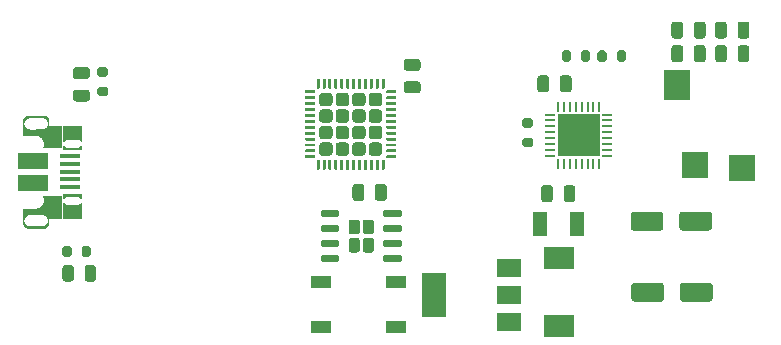
<source format=gbr>
%TF.GenerationSoftware,KiCad,Pcbnew,(5.1.9)-1*%
%TF.CreationDate,2021-04-11T16:36:30+08:00*%
%TF.ProjectId,st_usbAudioV1_demo,73745f75-7362-4417-9564-696f56315f64,rev?*%
%TF.SameCoordinates,Original*%
%TF.FileFunction,Paste,Top*%
%TF.FilePolarity,Positive*%
%FSLAX46Y46*%
G04 Gerber Fmt 4.6, Leading zero omitted, Abs format (unit mm)*
G04 Created by KiCad (PCBNEW (5.1.9)-1) date 2021-04-11 16:36:30*
%MOMM*%
%LPD*%
G01*
G04 APERTURE LIST*
%ADD10C,0.001000*%
%ADD11C,0.005000*%
%ADD12C,0.152400*%
%ADD13R,1.200000X2.000000*%
%ADD14R,2.540800X1.870200*%
%ADD15R,2.500000X1.375000*%
%ADD16R,1.750000X0.400000*%
%ADD17R,1.700000X1.000000*%
%ADD18R,3.606800X3.606800*%
%ADD19R,0.254800X0.807999*%
%ADD20R,0.807999X0.254800*%
%ADD21R,2.000000X1.500000*%
%ADD22R,2.000000X3.800000*%
%ADD23R,2.200000X2.500000*%
%ADD24R,2.200000X2.300000*%
G04 APERTURE END LIST*
D10*
%TO.C,USB1*%
G36*
X120482000Y-69270000D02*
G01*
X120482000Y-69070000D01*
X120481424Y-69048019D01*
X120479699Y-69026098D01*
X120476829Y-69004298D01*
X120472822Y-68982677D01*
X120467689Y-68961296D01*
X120461444Y-68940213D01*
X120454104Y-68919485D01*
X120445689Y-68899171D01*
X120436223Y-68879324D01*
X120425731Y-68860000D01*
X120414242Y-68841252D01*
X120401787Y-68823130D01*
X120388401Y-68805685D01*
X120374121Y-68788965D01*
X120358985Y-68773015D01*
X120343035Y-68757879D01*
X120326315Y-68743599D01*
X120308870Y-68730213D01*
X120290748Y-68717758D01*
X120272000Y-68706269D01*
X120252676Y-68695777D01*
X120232829Y-68686311D01*
X120212515Y-68677896D01*
X120191787Y-68670556D01*
X120170704Y-68664311D01*
X120149323Y-68659178D01*
X120127702Y-68655171D01*
X120105902Y-68652301D01*
X120083981Y-68650576D01*
X120062000Y-68650000D01*
X118802000Y-68650000D01*
X118780019Y-68650576D01*
X118758098Y-68652301D01*
X118736298Y-68655171D01*
X118714677Y-68659178D01*
X118693296Y-68664311D01*
X118672213Y-68670556D01*
X118651485Y-68677896D01*
X118631171Y-68686311D01*
X118611324Y-68695777D01*
X118592000Y-68706269D01*
X118573252Y-68717758D01*
X118555130Y-68730213D01*
X118537685Y-68743599D01*
X118520965Y-68757879D01*
X118505015Y-68773015D01*
X118489879Y-68788965D01*
X118475599Y-68805685D01*
X118462213Y-68823130D01*
X118449758Y-68841252D01*
X118438269Y-68860000D01*
X118427777Y-68879324D01*
X118418311Y-68899171D01*
X118409896Y-68919485D01*
X118402556Y-68940213D01*
X118396311Y-68961296D01*
X118391178Y-68982677D01*
X118387171Y-69004298D01*
X118384301Y-69026098D01*
X118382576Y-69048019D01*
X118382000Y-69070000D01*
X118382000Y-69295000D01*
X118387000Y-69295000D01*
X118387703Y-69270416D01*
X118389829Y-69243406D01*
X118393365Y-69216544D01*
X118398303Y-69189904D01*
X118404628Y-69163560D01*
X118412323Y-69137582D01*
X118421366Y-69112042D01*
X118431735Y-69087011D01*
X118443399Y-69062557D01*
X118456327Y-69038747D01*
X118470483Y-69015646D01*
X118485829Y-68993318D01*
X118502322Y-68971823D01*
X118519918Y-68951221D01*
X118538568Y-68931568D01*
X118558221Y-68912918D01*
X118578823Y-68895322D01*
X118600318Y-68878829D01*
X118622646Y-68863483D01*
X118645747Y-68849327D01*
X118669557Y-68836399D01*
X118694011Y-68824735D01*
X118719042Y-68814366D01*
X118744582Y-68805323D01*
X118770560Y-68797628D01*
X118796904Y-68791303D01*
X118823544Y-68786365D01*
X118850406Y-68782829D01*
X118877416Y-68780703D01*
X118907000Y-68780000D01*
X119987000Y-68780000D01*
X120007842Y-68781336D01*
X120033050Y-68784096D01*
X120058090Y-68788100D01*
X120082903Y-68793336D01*
X120107426Y-68799792D01*
X120131600Y-68807453D01*
X120155366Y-68816299D01*
X120178665Y-68826310D01*
X120201441Y-68837459D01*
X120223638Y-68849721D01*
X120245202Y-68863065D01*
X120266080Y-68877459D01*
X120286221Y-68892867D01*
X120305576Y-68909252D01*
X120324097Y-68926574D01*
X120341739Y-68944790D01*
X120358459Y-68963856D01*
X120374217Y-68983725D01*
X120388973Y-69004348D01*
X120402691Y-69025676D01*
X120415338Y-69047656D01*
X120426884Y-69070234D01*
X120437299Y-69093355D01*
X120446559Y-69116963D01*
X120454640Y-69140999D01*
X120461524Y-69165406D01*
X120467192Y-69190123D01*
X120471632Y-69215090D01*
X120474832Y-69240246D01*
X120477000Y-69270000D01*
X120482000Y-69270000D01*
G37*
X120482000Y-69270000D02*
X120482000Y-69070000D01*
X120481424Y-69048019D01*
X120479699Y-69026098D01*
X120476829Y-69004298D01*
X120472822Y-68982677D01*
X120467689Y-68961296D01*
X120461444Y-68940213D01*
X120454104Y-68919485D01*
X120445689Y-68899171D01*
X120436223Y-68879324D01*
X120425731Y-68860000D01*
X120414242Y-68841252D01*
X120401787Y-68823130D01*
X120388401Y-68805685D01*
X120374121Y-68788965D01*
X120358985Y-68773015D01*
X120343035Y-68757879D01*
X120326315Y-68743599D01*
X120308870Y-68730213D01*
X120290748Y-68717758D01*
X120272000Y-68706269D01*
X120252676Y-68695777D01*
X120232829Y-68686311D01*
X120212515Y-68677896D01*
X120191787Y-68670556D01*
X120170704Y-68664311D01*
X120149323Y-68659178D01*
X120127702Y-68655171D01*
X120105902Y-68652301D01*
X120083981Y-68650576D01*
X120062000Y-68650000D01*
X118802000Y-68650000D01*
X118780019Y-68650576D01*
X118758098Y-68652301D01*
X118736298Y-68655171D01*
X118714677Y-68659178D01*
X118693296Y-68664311D01*
X118672213Y-68670556D01*
X118651485Y-68677896D01*
X118631171Y-68686311D01*
X118611324Y-68695777D01*
X118592000Y-68706269D01*
X118573252Y-68717758D01*
X118555130Y-68730213D01*
X118537685Y-68743599D01*
X118520965Y-68757879D01*
X118505015Y-68773015D01*
X118489879Y-68788965D01*
X118475599Y-68805685D01*
X118462213Y-68823130D01*
X118449758Y-68841252D01*
X118438269Y-68860000D01*
X118427777Y-68879324D01*
X118418311Y-68899171D01*
X118409896Y-68919485D01*
X118402556Y-68940213D01*
X118396311Y-68961296D01*
X118391178Y-68982677D01*
X118387171Y-69004298D01*
X118384301Y-69026098D01*
X118382576Y-69048019D01*
X118382000Y-69070000D01*
X118382000Y-69295000D01*
X118387000Y-69295000D01*
X118387703Y-69270416D01*
X118389829Y-69243406D01*
X118393365Y-69216544D01*
X118398303Y-69189904D01*
X118404628Y-69163560D01*
X118412323Y-69137582D01*
X118421366Y-69112042D01*
X118431735Y-69087011D01*
X118443399Y-69062557D01*
X118456327Y-69038747D01*
X118470483Y-69015646D01*
X118485829Y-68993318D01*
X118502322Y-68971823D01*
X118519918Y-68951221D01*
X118538568Y-68931568D01*
X118558221Y-68912918D01*
X118578823Y-68895322D01*
X118600318Y-68878829D01*
X118622646Y-68863483D01*
X118645747Y-68849327D01*
X118669557Y-68836399D01*
X118694011Y-68824735D01*
X118719042Y-68814366D01*
X118744582Y-68805323D01*
X118770560Y-68797628D01*
X118796904Y-68791303D01*
X118823544Y-68786365D01*
X118850406Y-68782829D01*
X118877416Y-68780703D01*
X118907000Y-68780000D01*
X119987000Y-68780000D01*
X120007842Y-68781336D01*
X120033050Y-68784096D01*
X120058090Y-68788100D01*
X120082903Y-68793336D01*
X120107426Y-68799792D01*
X120131600Y-68807453D01*
X120155366Y-68816299D01*
X120178665Y-68826310D01*
X120201441Y-68837459D01*
X120223638Y-68849721D01*
X120245202Y-68863065D01*
X120266080Y-68877459D01*
X120286221Y-68892867D01*
X120305576Y-68909252D01*
X120324097Y-68926574D01*
X120341739Y-68944790D01*
X120358459Y-68963856D01*
X120374217Y-68983725D01*
X120388973Y-69004348D01*
X120402691Y-69025676D01*
X120415338Y-69047656D01*
X120426884Y-69070234D01*
X120437299Y-69093355D01*
X120446559Y-69116963D01*
X120454640Y-69140999D01*
X120461524Y-69165406D01*
X120467192Y-69190123D01*
X120471632Y-69215090D01*
X120474832Y-69240246D01*
X120477000Y-69270000D01*
X120482000Y-69270000D01*
G36*
X121532000Y-71325000D02*
G01*
X121532000Y-69500000D01*
X120482000Y-69500000D01*
X120482000Y-69325000D01*
X120477000Y-69325000D01*
X120474832Y-69354754D01*
X120471632Y-69379910D01*
X120467192Y-69404877D01*
X120461524Y-69429594D01*
X120454640Y-69454001D01*
X120446559Y-69478037D01*
X120437299Y-69501645D01*
X120426884Y-69524766D01*
X120415338Y-69547344D01*
X120402691Y-69569324D01*
X120388973Y-69590652D01*
X120374217Y-69611275D01*
X120358459Y-69631144D01*
X120341739Y-69650210D01*
X120324097Y-69668426D01*
X120305576Y-69685748D01*
X120286221Y-69702133D01*
X120266080Y-69717541D01*
X120245202Y-69731935D01*
X120223638Y-69745279D01*
X120201441Y-69757541D01*
X120178665Y-69768690D01*
X120155366Y-69778701D01*
X120131600Y-69787547D01*
X120107426Y-69795208D01*
X120082903Y-69801664D01*
X120058090Y-69806900D01*
X120033050Y-69810904D01*
X120007842Y-69813664D01*
X119987000Y-69815000D01*
X118902000Y-69820000D01*
X118880659Y-69819382D01*
X118854967Y-69817473D01*
X118829401Y-69814296D01*
X118804023Y-69809859D01*
X118778895Y-69804173D01*
X118754079Y-69797252D01*
X118729636Y-69789113D01*
X118705625Y-69779776D01*
X118682105Y-69769263D01*
X118659133Y-69757600D01*
X118636765Y-69744816D01*
X118615057Y-69730942D01*
X118594062Y-69716012D01*
X118573830Y-69700062D01*
X118554411Y-69683132D01*
X118535853Y-69665263D01*
X118518200Y-69646498D01*
X118501497Y-69626883D01*
X118485784Y-69606467D01*
X118471099Y-69585299D01*
X118457479Y-69563431D01*
X118444956Y-69540917D01*
X118433561Y-69517811D01*
X118423323Y-69494170D01*
X118414265Y-69470051D01*
X118406411Y-69445515D01*
X118399780Y-69420620D01*
X118394386Y-69395428D01*
X118390245Y-69370000D01*
X118387000Y-69340000D01*
X118382000Y-69340000D01*
X118382000Y-70275000D01*
X119432000Y-70275000D01*
X119484525Y-70280198D01*
X119531892Y-70288124D01*
X119578655Y-70299064D01*
X119624622Y-70312971D01*
X119669606Y-70329790D01*
X119713423Y-70349452D01*
X119755892Y-70371875D01*
X119796840Y-70396968D01*
X119836100Y-70424628D01*
X119873511Y-70454743D01*
X119908919Y-70487188D01*
X119942179Y-70521832D01*
X119973156Y-70558531D01*
X120001723Y-70597137D01*
X120027762Y-70637490D01*
X120051167Y-70679426D01*
X120071843Y-70722773D01*
X120089704Y-70767354D01*
X120104677Y-70812985D01*
X120116702Y-70859481D01*
X120125728Y-70906650D01*
X120131719Y-70954300D01*
X120134651Y-71002236D01*
X120134512Y-71050261D01*
X120131301Y-71098179D01*
X120125032Y-71145794D01*
X120115732Y-71192910D01*
X120103437Y-71239335D01*
X120088198Y-71284878D01*
X120072000Y-71325000D01*
X121532000Y-71325000D01*
G37*
X121532000Y-71325000D02*
X121532000Y-69500000D01*
X120482000Y-69500000D01*
X120482000Y-69325000D01*
X120477000Y-69325000D01*
X120474832Y-69354754D01*
X120471632Y-69379910D01*
X120467192Y-69404877D01*
X120461524Y-69429594D01*
X120454640Y-69454001D01*
X120446559Y-69478037D01*
X120437299Y-69501645D01*
X120426884Y-69524766D01*
X120415338Y-69547344D01*
X120402691Y-69569324D01*
X120388973Y-69590652D01*
X120374217Y-69611275D01*
X120358459Y-69631144D01*
X120341739Y-69650210D01*
X120324097Y-69668426D01*
X120305576Y-69685748D01*
X120286221Y-69702133D01*
X120266080Y-69717541D01*
X120245202Y-69731935D01*
X120223638Y-69745279D01*
X120201441Y-69757541D01*
X120178665Y-69768690D01*
X120155366Y-69778701D01*
X120131600Y-69787547D01*
X120107426Y-69795208D01*
X120082903Y-69801664D01*
X120058090Y-69806900D01*
X120033050Y-69810904D01*
X120007842Y-69813664D01*
X119987000Y-69815000D01*
X118902000Y-69820000D01*
X118880659Y-69819382D01*
X118854967Y-69817473D01*
X118829401Y-69814296D01*
X118804023Y-69809859D01*
X118778895Y-69804173D01*
X118754079Y-69797252D01*
X118729636Y-69789113D01*
X118705625Y-69779776D01*
X118682105Y-69769263D01*
X118659133Y-69757600D01*
X118636765Y-69744816D01*
X118615057Y-69730942D01*
X118594062Y-69716012D01*
X118573830Y-69700062D01*
X118554411Y-69683132D01*
X118535853Y-69665263D01*
X118518200Y-69646498D01*
X118501497Y-69626883D01*
X118485784Y-69606467D01*
X118471099Y-69585299D01*
X118457479Y-69563431D01*
X118444956Y-69540917D01*
X118433561Y-69517811D01*
X118423323Y-69494170D01*
X118414265Y-69470051D01*
X118406411Y-69445515D01*
X118399780Y-69420620D01*
X118394386Y-69395428D01*
X118390245Y-69370000D01*
X118387000Y-69340000D01*
X118382000Y-69340000D01*
X118382000Y-70275000D01*
X119432000Y-70275000D01*
X119484525Y-70280198D01*
X119531892Y-70288124D01*
X119578655Y-70299064D01*
X119624622Y-70312971D01*
X119669606Y-70329790D01*
X119713423Y-70349452D01*
X119755892Y-70371875D01*
X119796840Y-70396968D01*
X119836100Y-70424628D01*
X119873511Y-70454743D01*
X119908919Y-70487188D01*
X119942179Y-70521832D01*
X119973156Y-70558531D01*
X120001723Y-70597137D01*
X120027762Y-70637490D01*
X120051167Y-70679426D01*
X120071843Y-70722773D01*
X120089704Y-70767354D01*
X120104677Y-70812985D01*
X120116702Y-70859481D01*
X120125728Y-70906650D01*
X120131719Y-70954300D01*
X120134651Y-71002236D01*
X120134512Y-71050261D01*
X120131301Y-71098179D01*
X120125032Y-71145794D01*
X120115732Y-71192910D01*
X120103437Y-71239335D01*
X120088198Y-71284878D01*
X120072000Y-71325000D01*
X121532000Y-71325000D01*
G36*
X120482000Y-77530000D02*
G01*
X120482000Y-77730000D01*
X120481424Y-77751981D01*
X120479699Y-77773902D01*
X120476829Y-77795702D01*
X120472822Y-77817323D01*
X120467689Y-77838704D01*
X120461444Y-77859787D01*
X120454104Y-77880515D01*
X120445689Y-77900829D01*
X120436223Y-77920676D01*
X120425731Y-77940000D01*
X120414242Y-77958748D01*
X120401787Y-77976870D01*
X120388401Y-77994315D01*
X120374121Y-78011035D01*
X120358985Y-78026985D01*
X120343035Y-78042121D01*
X120326315Y-78056401D01*
X120308870Y-78069787D01*
X120290748Y-78082242D01*
X120272000Y-78093731D01*
X120252676Y-78104223D01*
X120232829Y-78113689D01*
X120212515Y-78122104D01*
X120191787Y-78129444D01*
X120170704Y-78135689D01*
X120149323Y-78140822D01*
X120127702Y-78144829D01*
X120105902Y-78147699D01*
X120083981Y-78149424D01*
X120062000Y-78150000D01*
X118802000Y-78150000D01*
X118780019Y-78149424D01*
X118758098Y-78147699D01*
X118736298Y-78144829D01*
X118714677Y-78140822D01*
X118693296Y-78135689D01*
X118672213Y-78129444D01*
X118651485Y-78122104D01*
X118631171Y-78113689D01*
X118611324Y-78104223D01*
X118592000Y-78093731D01*
X118573252Y-78082242D01*
X118555130Y-78069787D01*
X118537685Y-78056401D01*
X118520965Y-78042121D01*
X118505015Y-78026985D01*
X118489879Y-78011035D01*
X118475599Y-77994315D01*
X118462213Y-77976870D01*
X118449758Y-77958748D01*
X118438269Y-77940000D01*
X118427777Y-77920676D01*
X118418311Y-77900829D01*
X118409896Y-77880515D01*
X118402556Y-77859787D01*
X118396311Y-77838704D01*
X118391178Y-77817323D01*
X118387171Y-77795702D01*
X118384301Y-77773902D01*
X118382576Y-77751981D01*
X118382000Y-77730000D01*
X118382000Y-77505000D01*
X118387000Y-77505000D01*
X118387703Y-77529584D01*
X118389829Y-77556594D01*
X118393365Y-77583456D01*
X118398303Y-77610096D01*
X118404628Y-77636440D01*
X118412323Y-77662418D01*
X118421366Y-77687958D01*
X118431735Y-77712989D01*
X118443399Y-77737443D01*
X118456327Y-77761253D01*
X118470483Y-77784354D01*
X118485829Y-77806682D01*
X118502322Y-77828177D01*
X118519918Y-77848779D01*
X118538568Y-77868432D01*
X118558221Y-77887082D01*
X118578823Y-77904678D01*
X118600318Y-77921171D01*
X118622646Y-77936517D01*
X118645747Y-77950673D01*
X118669557Y-77963601D01*
X118694011Y-77975265D01*
X118719042Y-77985634D01*
X118744582Y-77994677D01*
X118770560Y-78002372D01*
X118796904Y-78008697D01*
X118823544Y-78013635D01*
X118850406Y-78017171D01*
X118877416Y-78019297D01*
X118907000Y-78020000D01*
X119987000Y-78020000D01*
X120007842Y-78018664D01*
X120033050Y-78015904D01*
X120058090Y-78011900D01*
X120082903Y-78006664D01*
X120107426Y-78000208D01*
X120131600Y-77992547D01*
X120155366Y-77983701D01*
X120178665Y-77973690D01*
X120201441Y-77962541D01*
X120223638Y-77950279D01*
X120245202Y-77936935D01*
X120266080Y-77922541D01*
X120286221Y-77907133D01*
X120305576Y-77890748D01*
X120324097Y-77873426D01*
X120341739Y-77855210D01*
X120358459Y-77836144D01*
X120374217Y-77816275D01*
X120388973Y-77795652D01*
X120402691Y-77774324D01*
X120415338Y-77752344D01*
X120426884Y-77729766D01*
X120437299Y-77706645D01*
X120446559Y-77683037D01*
X120454640Y-77659001D01*
X120461524Y-77634594D01*
X120467192Y-77609877D01*
X120471632Y-77584910D01*
X120474832Y-77559754D01*
X120477000Y-77530000D01*
X120482000Y-77530000D01*
G37*
X120482000Y-77530000D02*
X120482000Y-77730000D01*
X120481424Y-77751981D01*
X120479699Y-77773902D01*
X120476829Y-77795702D01*
X120472822Y-77817323D01*
X120467689Y-77838704D01*
X120461444Y-77859787D01*
X120454104Y-77880515D01*
X120445689Y-77900829D01*
X120436223Y-77920676D01*
X120425731Y-77940000D01*
X120414242Y-77958748D01*
X120401787Y-77976870D01*
X120388401Y-77994315D01*
X120374121Y-78011035D01*
X120358985Y-78026985D01*
X120343035Y-78042121D01*
X120326315Y-78056401D01*
X120308870Y-78069787D01*
X120290748Y-78082242D01*
X120272000Y-78093731D01*
X120252676Y-78104223D01*
X120232829Y-78113689D01*
X120212515Y-78122104D01*
X120191787Y-78129444D01*
X120170704Y-78135689D01*
X120149323Y-78140822D01*
X120127702Y-78144829D01*
X120105902Y-78147699D01*
X120083981Y-78149424D01*
X120062000Y-78150000D01*
X118802000Y-78150000D01*
X118780019Y-78149424D01*
X118758098Y-78147699D01*
X118736298Y-78144829D01*
X118714677Y-78140822D01*
X118693296Y-78135689D01*
X118672213Y-78129444D01*
X118651485Y-78122104D01*
X118631171Y-78113689D01*
X118611324Y-78104223D01*
X118592000Y-78093731D01*
X118573252Y-78082242D01*
X118555130Y-78069787D01*
X118537685Y-78056401D01*
X118520965Y-78042121D01*
X118505015Y-78026985D01*
X118489879Y-78011035D01*
X118475599Y-77994315D01*
X118462213Y-77976870D01*
X118449758Y-77958748D01*
X118438269Y-77940000D01*
X118427777Y-77920676D01*
X118418311Y-77900829D01*
X118409896Y-77880515D01*
X118402556Y-77859787D01*
X118396311Y-77838704D01*
X118391178Y-77817323D01*
X118387171Y-77795702D01*
X118384301Y-77773902D01*
X118382576Y-77751981D01*
X118382000Y-77730000D01*
X118382000Y-77505000D01*
X118387000Y-77505000D01*
X118387703Y-77529584D01*
X118389829Y-77556594D01*
X118393365Y-77583456D01*
X118398303Y-77610096D01*
X118404628Y-77636440D01*
X118412323Y-77662418D01*
X118421366Y-77687958D01*
X118431735Y-77712989D01*
X118443399Y-77737443D01*
X118456327Y-77761253D01*
X118470483Y-77784354D01*
X118485829Y-77806682D01*
X118502322Y-77828177D01*
X118519918Y-77848779D01*
X118538568Y-77868432D01*
X118558221Y-77887082D01*
X118578823Y-77904678D01*
X118600318Y-77921171D01*
X118622646Y-77936517D01*
X118645747Y-77950673D01*
X118669557Y-77963601D01*
X118694011Y-77975265D01*
X118719042Y-77985634D01*
X118744582Y-77994677D01*
X118770560Y-78002372D01*
X118796904Y-78008697D01*
X118823544Y-78013635D01*
X118850406Y-78017171D01*
X118877416Y-78019297D01*
X118907000Y-78020000D01*
X119987000Y-78020000D01*
X120007842Y-78018664D01*
X120033050Y-78015904D01*
X120058090Y-78011900D01*
X120082903Y-78006664D01*
X120107426Y-78000208D01*
X120131600Y-77992547D01*
X120155366Y-77983701D01*
X120178665Y-77973690D01*
X120201441Y-77962541D01*
X120223638Y-77950279D01*
X120245202Y-77936935D01*
X120266080Y-77922541D01*
X120286221Y-77907133D01*
X120305576Y-77890748D01*
X120324097Y-77873426D01*
X120341739Y-77855210D01*
X120358459Y-77836144D01*
X120374217Y-77816275D01*
X120388973Y-77795652D01*
X120402691Y-77774324D01*
X120415338Y-77752344D01*
X120426884Y-77729766D01*
X120437299Y-77706645D01*
X120446559Y-77683037D01*
X120454640Y-77659001D01*
X120461524Y-77634594D01*
X120467192Y-77609877D01*
X120471632Y-77584910D01*
X120474832Y-77559754D01*
X120477000Y-77530000D01*
X120482000Y-77530000D01*
G36*
X121532000Y-75475000D02*
G01*
X121532000Y-77300000D01*
X120482000Y-77300000D01*
X120482000Y-77475000D01*
X120477000Y-77475000D01*
X120474832Y-77445246D01*
X120471632Y-77420090D01*
X120467192Y-77395123D01*
X120461524Y-77370406D01*
X120454640Y-77345999D01*
X120446559Y-77321963D01*
X120437299Y-77298355D01*
X120426884Y-77275234D01*
X120415338Y-77252656D01*
X120402691Y-77230676D01*
X120388973Y-77209348D01*
X120374217Y-77188725D01*
X120358459Y-77168856D01*
X120341739Y-77149790D01*
X120324097Y-77131574D01*
X120305576Y-77114252D01*
X120286221Y-77097867D01*
X120266080Y-77082459D01*
X120245202Y-77068065D01*
X120223638Y-77054721D01*
X120201441Y-77042459D01*
X120178665Y-77031310D01*
X120155366Y-77021299D01*
X120131600Y-77012453D01*
X120107426Y-77004792D01*
X120082903Y-76998336D01*
X120058090Y-76993100D01*
X120033050Y-76989096D01*
X120007842Y-76986336D01*
X119987000Y-76985000D01*
X118902000Y-76980000D01*
X118880659Y-76980618D01*
X118854967Y-76982527D01*
X118829401Y-76985704D01*
X118804023Y-76990141D01*
X118778895Y-76995827D01*
X118754079Y-77002748D01*
X118729636Y-77010887D01*
X118705625Y-77020224D01*
X118682105Y-77030737D01*
X118659133Y-77042400D01*
X118636765Y-77055184D01*
X118615057Y-77069058D01*
X118594062Y-77083988D01*
X118573830Y-77099938D01*
X118554411Y-77116868D01*
X118535853Y-77134737D01*
X118518200Y-77153502D01*
X118501497Y-77173117D01*
X118485784Y-77193533D01*
X118471099Y-77214701D01*
X118457479Y-77236569D01*
X118444956Y-77259083D01*
X118433561Y-77282189D01*
X118423323Y-77305830D01*
X118414265Y-77329949D01*
X118406411Y-77354485D01*
X118399780Y-77379380D01*
X118394386Y-77404572D01*
X118390245Y-77430000D01*
X118387000Y-77460000D01*
X118382000Y-77460000D01*
X118382000Y-76525000D01*
X119432000Y-76525000D01*
X119484525Y-76519802D01*
X119531892Y-76511876D01*
X119578655Y-76500936D01*
X119624622Y-76487029D01*
X119669606Y-76470210D01*
X119713423Y-76450548D01*
X119755892Y-76428125D01*
X119796840Y-76403032D01*
X119836100Y-76375372D01*
X119873511Y-76345257D01*
X119908919Y-76312812D01*
X119942179Y-76278168D01*
X119973156Y-76241469D01*
X120001723Y-76202863D01*
X120027762Y-76162510D01*
X120051167Y-76120574D01*
X120071843Y-76077227D01*
X120089704Y-76032646D01*
X120104677Y-75987015D01*
X120116702Y-75940519D01*
X120125728Y-75893350D01*
X120131719Y-75845700D01*
X120134651Y-75797764D01*
X120134512Y-75749739D01*
X120131301Y-75701821D01*
X120125032Y-75654206D01*
X120115732Y-75607090D01*
X120103437Y-75560665D01*
X120088198Y-75515122D01*
X120072000Y-75475000D01*
X121532000Y-75475000D01*
G37*
X121532000Y-75475000D02*
X121532000Y-77300000D01*
X120482000Y-77300000D01*
X120482000Y-77475000D01*
X120477000Y-77475000D01*
X120474832Y-77445246D01*
X120471632Y-77420090D01*
X120467192Y-77395123D01*
X120461524Y-77370406D01*
X120454640Y-77345999D01*
X120446559Y-77321963D01*
X120437299Y-77298355D01*
X120426884Y-77275234D01*
X120415338Y-77252656D01*
X120402691Y-77230676D01*
X120388973Y-77209348D01*
X120374217Y-77188725D01*
X120358459Y-77168856D01*
X120341739Y-77149790D01*
X120324097Y-77131574D01*
X120305576Y-77114252D01*
X120286221Y-77097867D01*
X120266080Y-77082459D01*
X120245202Y-77068065D01*
X120223638Y-77054721D01*
X120201441Y-77042459D01*
X120178665Y-77031310D01*
X120155366Y-77021299D01*
X120131600Y-77012453D01*
X120107426Y-77004792D01*
X120082903Y-76998336D01*
X120058090Y-76993100D01*
X120033050Y-76989096D01*
X120007842Y-76986336D01*
X119987000Y-76985000D01*
X118902000Y-76980000D01*
X118880659Y-76980618D01*
X118854967Y-76982527D01*
X118829401Y-76985704D01*
X118804023Y-76990141D01*
X118778895Y-76995827D01*
X118754079Y-77002748D01*
X118729636Y-77010887D01*
X118705625Y-77020224D01*
X118682105Y-77030737D01*
X118659133Y-77042400D01*
X118636765Y-77055184D01*
X118615057Y-77069058D01*
X118594062Y-77083988D01*
X118573830Y-77099938D01*
X118554411Y-77116868D01*
X118535853Y-77134737D01*
X118518200Y-77153502D01*
X118501497Y-77173117D01*
X118485784Y-77193533D01*
X118471099Y-77214701D01*
X118457479Y-77236569D01*
X118444956Y-77259083D01*
X118433561Y-77282189D01*
X118423323Y-77305830D01*
X118414265Y-77329949D01*
X118406411Y-77354485D01*
X118399780Y-77379380D01*
X118394386Y-77404572D01*
X118390245Y-77430000D01*
X118387000Y-77460000D01*
X118382000Y-77460000D01*
X118382000Y-76525000D01*
X119432000Y-76525000D01*
X119484525Y-76519802D01*
X119531892Y-76511876D01*
X119578655Y-76500936D01*
X119624622Y-76487029D01*
X119669606Y-76470210D01*
X119713423Y-76450548D01*
X119755892Y-76428125D01*
X119796840Y-76403032D01*
X119836100Y-76375372D01*
X119873511Y-76345257D01*
X119908919Y-76312812D01*
X119942179Y-76278168D01*
X119973156Y-76241469D01*
X120001723Y-76202863D01*
X120027762Y-76162510D01*
X120051167Y-76120574D01*
X120071843Y-76077227D01*
X120089704Y-76032646D01*
X120104677Y-75987015D01*
X120116702Y-75940519D01*
X120125728Y-75893350D01*
X120131719Y-75845700D01*
X120134651Y-75797764D01*
X120134512Y-75749739D01*
X120131301Y-75701821D01*
X120125032Y-75654206D01*
X120115732Y-75607090D01*
X120103437Y-75560665D01*
X120088198Y-75515122D01*
X120072000Y-75475000D01*
X121532000Y-75475000D01*
D11*
G36*
X123242000Y-71200000D02*
G01*
X123242000Y-71500000D01*
X121782000Y-71500000D01*
X121782000Y-71190000D01*
X121786578Y-71197623D01*
X121792425Y-71206802D01*
X121798537Y-71215806D01*
X121804908Y-71224629D01*
X121811533Y-71233262D01*
X121818406Y-71241700D01*
X121825522Y-71249934D01*
X121832874Y-71257957D01*
X121840456Y-71265763D01*
X121848263Y-71273346D01*
X121856286Y-71280698D01*
X121864520Y-71287814D01*
X121872957Y-71294687D01*
X121881591Y-71301312D01*
X121890414Y-71307683D01*
X121899418Y-71313795D01*
X121908596Y-71319642D01*
X121917941Y-71325220D01*
X121927444Y-71330523D01*
X121937097Y-71335548D01*
X121946892Y-71340290D01*
X121956821Y-71344746D01*
X121966875Y-71348910D01*
X121977046Y-71352781D01*
X121987325Y-71356354D01*
X121997704Y-71359626D01*
X122008174Y-71362595D01*
X122018725Y-71365259D01*
X122029350Y-71367614D01*
X122042000Y-71370000D01*
X123012000Y-71360000D01*
X123019239Y-71358331D01*
X123028035Y-71356056D01*
X123036761Y-71353526D01*
X123045410Y-71350744D01*
X123053974Y-71347711D01*
X123062447Y-71344430D01*
X123070820Y-71340905D01*
X123079088Y-71337137D01*
X123087242Y-71333130D01*
X123095277Y-71328888D01*
X123103184Y-71324415D01*
X123110958Y-71319713D01*
X123118593Y-71314786D01*
X123126080Y-71309640D01*
X123133415Y-71304279D01*
X123140591Y-71298706D01*
X123147601Y-71292927D01*
X123154441Y-71286946D01*
X123161103Y-71280769D01*
X123167584Y-71274401D01*
X123173876Y-71267847D01*
X123179975Y-71261113D01*
X123185876Y-71254205D01*
X123191573Y-71247127D01*
X123197062Y-71239887D01*
X123202338Y-71232490D01*
X123207396Y-71224943D01*
X123212233Y-71217253D01*
X123216844Y-71209424D01*
X123222000Y-71200000D01*
X123242000Y-71200000D01*
G37*
X123242000Y-71200000D02*
X123242000Y-71500000D01*
X121782000Y-71500000D01*
X121782000Y-71190000D01*
X121786578Y-71197623D01*
X121792425Y-71206802D01*
X121798537Y-71215806D01*
X121804908Y-71224629D01*
X121811533Y-71233262D01*
X121818406Y-71241700D01*
X121825522Y-71249934D01*
X121832874Y-71257957D01*
X121840456Y-71265763D01*
X121848263Y-71273346D01*
X121856286Y-71280698D01*
X121864520Y-71287814D01*
X121872957Y-71294687D01*
X121881591Y-71301312D01*
X121890414Y-71307683D01*
X121899418Y-71313795D01*
X121908596Y-71319642D01*
X121917941Y-71325220D01*
X121927444Y-71330523D01*
X121937097Y-71335548D01*
X121946892Y-71340290D01*
X121956821Y-71344746D01*
X121966875Y-71348910D01*
X121977046Y-71352781D01*
X121987325Y-71356354D01*
X121997704Y-71359626D01*
X122008174Y-71362595D01*
X122018725Y-71365259D01*
X122029350Y-71367614D01*
X122042000Y-71370000D01*
X123012000Y-71360000D01*
X123019239Y-71358331D01*
X123028035Y-71356056D01*
X123036761Y-71353526D01*
X123045410Y-71350744D01*
X123053974Y-71347711D01*
X123062447Y-71344430D01*
X123070820Y-71340905D01*
X123079088Y-71337137D01*
X123087242Y-71333130D01*
X123095277Y-71328888D01*
X123103184Y-71324415D01*
X123110958Y-71319713D01*
X123118593Y-71314786D01*
X123126080Y-71309640D01*
X123133415Y-71304279D01*
X123140591Y-71298706D01*
X123147601Y-71292927D01*
X123154441Y-71286946D01*
X123161103Y-71280769D01*
X123167584Y-71274401D01*
X123173876Y-71267847D01*
X123179975Y-71261113D01*
X123185876Y-71254205D01*
X123191573Y-71247127D01*
X123197062Y-71239887D01*
X123202338Y-71232490D01*
X123207396Y-71224943D01*
X123212233Y-71217253D01*
X123216844Y-71209424D01*
X123222000Y-71200000D01*
X123242000Y-71200000D01*
G36*
X123242000Y-69500000D02*
G01*
X123242000Y-70750000D01*
X123235598Y-70740045D01*
X123229543Y-70731235D01*
X123223234Y-70722605D01*
X123216677Y-70714161D01*
X123209877Y-70705912D01*
X123202840Y-70697865D01*
X123195572Y-70690025D01*
X123188079Y-70682400D01*
X123180368Y-70674996D01*
X123172444Y-70667820D01*
X123164315Y-70660877D01*
X123155987Y-70654173D01*
X123147468Y-70647715D01*
X123138765Y-70641507D01*
X123129885Y-70635555D01*
X123120835Y-70629863D01*
X123111624Y-70624437D01*
X123102259Y-70619282D01*
X123092748Y-70614401D01*
X123083099Y-70609798D01*
X123073320Y-70605479D01*
X123063420Y-70601445D01*
X123053406Y-70597701D01*
X123043288Y-70594250D01*
X123033074Y-70591095D01*
X123022772Y-70588238D01*
X123012392Y-70585682D01*
X123001941Y-70583429D01*
X122991430Y-70581481D01*
X122982000Y-70580000D01*
X122022000Y-70590000D01*
X122010445Y-70593256D01*
X122000191Y-70596489D01*
X121990036Y-70600019D01*
X121979987Y-70603842D01*
X121970055Y-70607957D01*
X121960246Y-70612358D01*
X121950569Y-70617043D01*
X121941032Y-70622007D01*
X121931644Y-70627247D01*
X121922413Y-70632757D01*
X121913345Y-70638534D01*
X121904450Y-70644572D01*
X121895733Y-70650866D01*
X121887204Y-70657411D01*
X121878868Y-70664201D01*
X121870734Y-70671231D01*
X121862807Y-70678494D01*
X121855095Y-70685985D01*
X121847604Y-70693697D01*
X121840341Y-70701624D01*
X121833311Y-70709758D01*
X121826521Y-70718094D01*
X121819976Y-70726624D01*
X121813682Y-70735340D01*
X121807644Y-70744235D01*
X121801867Y-70753303D01*
X121796357Y-70762535D01*
X121791117Y-70771923D01*
X121786153Y-70781459D01*
X121782000Y-70790000D01*
X121782000Y-69500000D01*
X123242000Y-69500000D01*
G37*
X123242000Y-69500000D02*
X123242000Y-70750000D01*
X123235598Y-70740045D01*
X123229543Y-70731235D01*
X123223234Y-70722605D01*
X123216677Y-70714161D01*
X123209877Y-70705912D01*
X123202840Y-70697865D01*
X123195572Y-70690025D01*
X123188079Y-70682400D01*
X123180368Y-70674996D01*
X123172444Y-70667820D01*
X123164315Y-70660877D01*
X123155987Y-70654173D01*
X123147468Y-70647715D01*
X123138765Y-70641507D01*
X123129885Y-70635555D01*
X123120835Y-70629863D01*
X123111624Y-70624437D01*
X123102259Y-70619282D01*
X123092748Y-70614401D01*
X123083099Y-70609798D01*
X123073320Y-70605479D01*
X123063420Y-70601445D01*
X123053406Y-70597701D01*
X123043288Y-70594250D01*
X123033074Y-70591095D01*
X123022772Y-70588238D01*
X123012392Y-70585682D01*
X123001941Y-70583429D01*
X122991430Y-70581481D01*
X122982000Y-70580000D01*
X122022000Y-70590000D01*
X122010445Y-70593256D01*
X122000191Y-70596489D01*
X121990036Y-70600019D01*
X121979987Y-70603842D01*
X121970055Y-70607957D01*
X121960246Y-70612358D01*
X121950569Y-70617043D01*
X121941032Y-70622007D01*
X121931644Y-70627247D01*
X121922413Y-70632757D01*
X121913345Y-70638534D01*
X121904450Y-70644572D01*
X121895733Y-70650866D01*
X121887204Y-70657411D01*
X121878868Y-70664201D01*
X121870734Y-70671231D01*
X121862807Y-70678494D01*
X121855095Y-70685985D01*
X121847604Y-70693697D01*
X121840341Y-70701624D01*
X121833311Y-70709758D01*
X121826521Y-70718094D01*
X121819976Y-70726624D01*
X121813682Y-70735340D01*
X121807644Y-70744235D01*
X121801867Y-70753303D01*
X121796357Y-70762535D01*
X121791117Y-70771923D01*
X121786153Y-70781459D01*
X121782000Y-70790000D01*
X121782000Y-69500000D01*
X123242000Y-69500000D01*
G36*
X123242000Y-75600000D02*
G01*
X123242000Y-75300000D01*
X121782000Y-75300000D01*
X121782000Y-75610000D01*
X121786578Y-75602377D01*
X121792425Y-75593198D01*
X121798537Y-75584194D01*
X121804908Y-75575371D01*
X121811533Y-75566738D01*
X121818406Y-75558300D01*
X121825522Y-75550066D01*
X121832874Y-75542043D01*
X121840456Y-75534237D01*
X121848263Y-75526654D01*
X121856286Y-75519302D01*
X121864520Y-75512186D01*
X121872957Y-75505313D01*
X121881591Y-75498688D01*
X121890414Y-75492317D01*
X121899418Y-75486205D01*
X121908596Y-75480358D01*
X121917941Y-75474780D01*
X121927444Y-75469477D01*
X121937097Y-75464452D01*
X121946892Y-75459710D01*
X121956821Y-75455254D01*
X121966875Y-75451090D01*
X121977046Y-75447219D01*
X121987325Y-75443646D01*
X121997704Y-75440374D01*
X122008174Y-75437405D01*
X122018725Y-75434741D01*
X122029350Y-75432386D01*
X122042000Y-75430000D01*
X123012000Y-75440000D01*
X123019239Y-75441669D01*
X123028035Y-75443944D01*
X123036761Y-75446474D01*
X123045410Y-75449256D01*
X123053974Y-75452289D01*
X123062447Y-75455570D01*
X123070820Y-75459095D01*
X123079088Y-75462863D01*
X123087242Y-75466870D01*
X123095277Y-75471112D01*
X123103184Y-75475585D01*
X123110958Y-75480287D01*
X123118593Y-75485214D01*
X123126080Y-75490360D01*
X123133415Y-75495721D01*
X123140591Y-75501294D01*
X123147601Y-75507073D01*
X123154441Y-75513054D01*
X123161103Y-75519231D01*
X123167584Y-75525599D01*
X123173876Y-75532153D01*
X123179975Y-75538887D01*
X123185876Y-75545795D01*
X123191573Y-75552873D01*
X123197062Y-75560113D01*
X123202338Y-75567510D01*
X123207396Y-75575057D01*
X123212233Y-75582747D01*
X123216844Y-75590576D01*
X123222000Y-75600000D01*
X123242000Y-75600000D01*
G37*
X123242000Y-75600000D02*
X123242000Y-75300000D01*
X121782000Y-75300000D01*
X121782000Y-75610000D01*
X121786578Y-75602377D01*
X121792425Y-75593198D01*
X121798537Y-75584194D01*
X121804908Y-75575371D01*
X121811533Y-75566738D01*
X121818406Y-75558300D01*
X121825522Y-75550066D01*
X121832874Y-75542043D01*
X121840456Y-75534237D01*
X121848263Y-75526654D01*
X121856286Y-75519302D01*
X121864520Y-75512186D01*
X121872957Y-75505313D01*
X121881591Y-75498688D01*
X121890414Y-75492317D01*
X121899418Y-75486205D01*
X121908596Y-75480358D01*
X121917941Y-75474780D01*
X121927444Y-75469477D01*
X121937097Y-75464452D01*
X121946892Y-75459710D01*
X121956821Y-75455254D01*
X121966875Y-75451090D01*
X121977046Y-75447219D01*
X121987325Y-75443646D01*
X121997704Y-75440374D01*
X122008174Y-75437405D01*
X122018725Y-75434741D01*
X122029350Y-75432386D01*
X122042000Y-75430000D01*
X123012000Y-75440000D01*
X123019239Y-75441669D01*
X123028035Y-75443944D01*
X123036761Y-75446474D01*
X123045410Y-75449256D01*
X123053974Y-75452289D01*
X123062447Y-75455570D01*
X123070820Y-75459095D01*
X123079088Y-75462863D01*
X123087242Y-75466870D01*
X123095277Y-75471112D01*
X123103184Y-75475585D01*
X123110958Y-75480287D01*
X123118593Y-75485214D01*
X123126080Y-75490360D01*
X123133415Y-75495721D01*
X123140591Y-75501294D01*
X123147601Y-75507073D01*
X123154441Y-75513054D01*
X123161103Y-75519231D01*
X123167584Y-75525599D01*
X123173876Y-75532153D01*
X123179975Y-75538887D01*
X123185876Y-75545795D01*
X123191573Y-75552873D01*
X123197062Y-75560113D01*
X123202338Y-75567510D01*
X123207396Y-75575057D01*
X123212233Y-75582747D01*
X123216844Y-75590576D01*
X123222000Y-75600000D01*
X123242000Y-75600000D01*
G36*
X123242000Y-77300000D02*
G01*
X123242000Y-76050000D01*
X123235598Y-76059955D01*
X123229543Y-76068765D01*
X123223234Y-76077395D01*
X123216677Y-76085839D01*
X123209877Y-76094088D01*
X123202840Y-76102135D01*
X123195572Y-76109975D01*
X123188079Y-76117600D01*
X123180368Y-76125004D01*
X123172444Y-76132180D01*
X123164315Y-76139123D01*
X123155987Y-76145827D01*
X123147468Y-76152285D01*
X123138765Y-76158493D01*
X123129885Y-76164445D01*
X123120835Y-76170137D01*
X123111624Y-76175563D01*
X123102259Y-76180718D01*
X123092748Y-76185599D01*
X123083099Y-76190202D01*
X123073320Y-76194521D01*
X123063420Y-76198555D01*
X123053406Y-76202299D01*
X123043288Y-76205750D01*
X123033074Y-76208905D01*
X123022772Y-76211762D01*
X123012392Y-76214318D01*
X123001941Y-76216571D01*
X122991430Y-76218519D01*
X122982000Y-76220000D01*
X122022000Y-76210000D01*
X122010445Y-76206744D01*
X122000191Y-76203511D01*
X121990036Y-76199981D01*
X121979987Y-76196158D01*
X121970055Y-76192043D01*
X121960246Y-76187642D01*
X121950569Y-76182957D01*
X121941032Y-76177993D01*
X121931644Y-76172753D01*
X121922413Y-76167243D01*
X121913345Y-76161466D01*
X121904450Y-76155428D01*
X121895733Y-76149134D01*
X121887204Y-76142589D01*
X121878868Y-76135799D01*
X121870734Y-76128769D01*
X121862807Y-76121506D01*
X121855095Y-76114015D01*
X121847604Y-76106303D01*
X121840341Y-76098376D01*
X121833311Y-76090242D01*
X121826521Y-76081906D01*
X121819976Y-76073376D01*
X121813682Y-76064660D01*
X121807644Y-76055765D01*
X121801867Y-76046697D01*
X121796357Y-76037465D01*
X121791117Y-76028077D01*
X121786153Y-76018541D01*
X121782000Y-76010000D01*
X121782000Y-77300000D01*
X123242000Y-77300000D01*
G37*
X123242000Y-77300000D02*
X123242000Y-76050000D01*
X123235598Y-76059955D01*
X123229543Y-76068765D01*
X123223234Y-76077395D01*
X123216677Y-76085839D01*
X123209877Y-76094088D01*
X123202840Y-76102135D01*
X123195572Y-76109975D01*
X123188079Y-76117600D01*
X123180368Y-76125004D01*
X123172444Y-76132180D01*
X123164315Y-76139123D01*
X123155987Y-76145827D01*
X123147468Y-76152285D01*
X123138765Y-76158493D01*
X123129885Y-76164445D01*
X123120835Y-76170137D01*
X123111624Y-76175563D01*
X123102259Y-76180718D01*
X123092748Y-76185599D01*
X123083099Y-76190202D01*
X123073320Y-76194521D01*
X123063420Y-76198555D01*
X123053406Y-76202299D01*
X123043288Y-76205750D01*
X123033074Y-76208905D01*
X123022772Y-76211762D01*
X123012392Y-76214318D01*
X123001941Y-76216571D01*
X122991430Y-76218519D01*
X122982000Y-76220000D01*
X122022000Y-76210000D01*
X122010445Y-76206744D01*
X122000191Y-76203511D01*
X121990036Y-76199981D01*
X121979987Y-76196158D01*
X121970055Y-76192043D01*
X121960246Y-76187642D01*
X121950569Y-76182957D01*
X121941032Y-76177993D01*
X121931644Y-76172753D01*
X121922413Y-76167243D01*
X121913345Y-76161466D01*
X121904450Y-76155428D01*
X121895733Y-76149134D01*
X121887204Y-76142589D01*
X121878868Y-76135799D01*
X121870734Y-76128769D01*
X121862807Y-76121506D01*
X121855095Y-76114015D01*
X121847604Y-76106303D01*
X121840341Y-76098376D01*
X121833311Y-76090242D01*
X121826521Y-76081906D01*
X121819976Y-76073376D01*
X121813682Y-76064660D01*
X121807644Y-76055765D01*
X121801867Y-76046697D01*
X121796357Y-76037465D01*
X121791117Y-76028077D01*
X121786153Y-76018541D01*
X121782000Y-76010000D01*
X121782000Y-77300000D01*
X123242000Y-77300000D01*
D12*
%TO.C,U4*%
X163696600Y-70200000D02*
X165300000Y-70200000D01*
X163696600Y-68596600D02*
X163696600Y-70200000D01*
X165300000Y-68596600D02*
X163696600Y-68596600D01*
X165300000Y-70200000D02*
X165300000Y-68596600D01*
X163696600Y-72003400D02*
X165300000Y-72003400D01*
X163696600Y-70400000D02*
X163696600Y-72003400D01*
X165300000Y-70400000D02*
X163696600Y-70400000D01*
X165300000Y-72003400D02*
X165300000Y-70400000D01*
X165500000Y-70200000D02*
X167103400Y-70200000D01*
X165500000Y-68596600D02*
X165500000Y-70200000D01*
X167103400Y-68596600D02*
X165500000Y-68596600D01*
X167103400Y-70200000D02*
X167103400Y-68596600D01*
X165500000Y-72003400D02*
X167103400Y-72003400D01*
X165500000Y-70400000D02*
X165500000Y-72003400D01*
X167103400Y-70400000D02*
X165500000Y-70400000D01*
X167103400Y-72003400D02*
X167103400Y-70400000D01*
%TD*%
D13*
%TO.C,L1*%
X165300000Y-77800000D03*
X162100000Y-77800000D03*
%TD*%
D14*
%TO.C,C8*%
X163700000Y-86431399D03*
X163700000Y-80668601D03*
%TD*%
D15*
%TO.C,USB1*%
X119232000Y-74337500D03*
X119232000Y-72462500D03*
D16*
X122307000Y-74700000D03*
X122307000Y-74050000D03*
X122307000Y-73400000D03*
X122307000Y-72750000D03*
X122307000Y-72100000D03*
%TD*%
D17*
%TO.C,SW3*%
X149900000Y-86500000D03*
X143600000Y-86500000D03*
X143600000Y-82700000D03*
X149900000Y-82700000D03*
%TD*%
%TO.C,U5*%
G36*
G01*
X146885000Y-77682500D02*
X146885000Y-78447500D01*
G75*
G02*
X146642500Y-78690000I-242500J0D01*
G01*
X146157500Y-78690000D01*
G75*
G02*
X145915000Y-78447500I0J242500D01*
G01*
X145915000Y-77682500D01*
G75*
G02*
X146157500Y-77440000I242500J0D01*
G01*
X146642500Y-77440000D01*
G75*
G02*
X146885000Y-77682500I0J-242500D01*
G01*
G37*
G36*
G01*
X146885000Y-79232500D02*
X146885000Y-79997500D01*
G75*
G02*
X146642500Y-80240000I-242500J0D01*
G01*
X146157500Y-80240000D01*
G75*
G02*
X145915000Y-79997500I0J242500D01*
G01*
X145915000Y-79232500D01*
G75*
G02*
X146157500Y-78990000I242500J0D01*
G01*
X146642500Y-78990000D01*
G75*
G02*
X146885000Y-79232500I0J-242500D01*
G01*
G37*
G36*
G01*
X148085000Y-77682500D02*
X148085000Y-78447500D01*
G75*
G02*
X147842500Y-78690000I-242500J0D01*
G01*
X147357500Y-78690000D01*
G75*
G02*
X147115000Y-78447500I0J242500D01*
G01*
X147115000Y-77682500D01*
G75*
G02*
X147357500Y-77440000I242500J0D01*
G01*
X147842500Y-77440000D01*
G75*
G02*
X148085000Y-77682500I0J-242500D01*
G01*
G37*
G36*
G01*
X148085000Y-79232500D02*
X148085000Y-79997500D01*
G75*
G02*
X147842500Y-80240000I-242500J0D01*
G01*
X147357500Y-80240000D01*
G75*
G02*
X147115000Y-79997500I0J242500D01*
G01*
X147115000Y-79232500D01*
G75*
G02*
X147357500Y-78990000I242500J0D01*
G01*
X147842500Y-78990000D01*
G75*
G02*
X148085000Y-79232500I0J-242500D01*
G01*
G37*
G36*
G01*
X145150000Y-80595000D02*
X145150000Y-80895000D01*
G75*
G02*
X145000000Y-81045000I-150000J0D01*
G01*
X143700000Y-81045000D01*
G75*
G02*
X143550000Y-80895000I0J150000D01*
G01*
X143550000Y-80595000D01*
G75*
G02*
X143700000Y-80445000I150000J0D01*
G01*
X145000000Y-80445000D01*
G75*
G02*
X145150000Y-80595000I0J-150000D01*
G01*
G37*
G36*
G01*
X145150000Y-79325000D02*
X145150000Y-79625000D01*
G75*
G02*
X145000000Y-79775000I-150000J0D01*
G01*
X143700000Y-79775000D01*
G75*
G02*
X143550000Y-79625000I0J150000D01*
G01*
X143550000Y-79325000D01*
G75*
G02*
X143700000Y-79175000I150000J0D01*
G01*
X145000000Y-79175000D01*
G75*
G02*
X145150000Y-79325000I0J-150000D01*
G01*
G37*
G36*
G01*
X145150000Y-78055000D02*
X145150000Y-78355000D01*
G75*
G02*
X145000000Y-78505000I-150000J0D01*
G01*
X143700000Y-78505000D01*
G75*
G02*
X143550000Y-78355000I0J150000D01*
G01*
X143550000Y-78055000D01*
G75*
G02*
X143700000Y-77905000I150000J0D01*
G01*
X145000000Y-77905000D01*
G75*
G02*
X145150000Y-78055000I0J-150000D01*
G01*
G37*
G36*
G01*
X145150000Y-76785000D02*
X145150000Y-77085000D01*
G75*
G02*
X145000000Y-77235000I-150000J0D01*
G01*
X143700000Y-77235000D01*
G75*
G02*
X143550000Y-77085000I0J150000D01*
G01*
X143550000Y-76785000D01*
G75*
G02*
X143700000Y-76635000I150000J0D01*
G01*
X145000000Y-76635000D01*
G75*
G02*
X145150000Y-76785000I0J-150000D01*
G01*
G37*
G36*
G01*
X150450000Y-76785000D02*
X150450000Y-77085000D01*
G75*
G02*
X150300000Y-77235000I-150000J0D01*
G01*
X149000000Y-77235000D01*
G75*
G02*
X148850000Y-77085000I0J150000D01*
G01*
X148850000Y-76785000D01*
G75*
G02*
X149000000Y-76635000I150000J0D01*
G01*
X150300000Y-76635000D01*
G75*
G02*
X150450000Y-76785000I0J-150000D01*
G01*
G37*
G36*
G01*
X150450000Y-78055000D02*
X150450000Y-78355000D01*
G75*
G02*
X150300000Y-78505000I-150000J0D01*
G01*
X149000000Y-78505000D01*
G75*
G02*
X148850000Y-78355000I0J150000D01*
G01*
X148850000Y-78055000D01*
G75*
G02*
X149000000Y-77905000I150000J0D01*
G01*
X150300000Y-77905000D01*
G75*
G02*
X150450000Y-78055000I0J-150000D01*
G01*
G37*
G36*
G01*
X150450000Y-79325000D02*
X150450000Y-79625000D01*
G75*
G02*
X150300000Y-79775000I-150000J0D01*
G01*
X149000000Y-79775000D01*
G75*
G02*
X148850000Y-79625000I0J150000D01*
G01*
X148850000Y-79325000D01*
G75*
G02*
X149000000Y-79175000I150000J0D01*
G01*
X150300000Y-79175000D01*
G75*
G02*
X150450000Y-79325000I0J-150000D01*
G01*
G37*
G36*
G01*
X150450000Y-80595000D02*
X150450000Y-80895000D01*
G75*
G02*
X150300000Y-81045000I-150000J0D01*
G01*
X149000000Y-81045000D01*
G75*
G02*
X148850000Y-80895000I0J150000D01*
G01*
X148850000Y-80595000D01*
G75*
G02*
X149000000Y-80445000I150000J0D01*
G01*
X150300000Y-80445000D01*
G75*
G02*
X150450000Y-80595000I0J-150000D01*
G01*
G37*
%TD*%
D18*
%TO.C,U4*%
X165400000Y-70300000D03*
D19*
X167149999Y-72697900D03*
X166650000Y-72697900D03*
X166150001Y-72697900D03*
X165650000Y-72697900D03*
X165150000Y-72697900D03*
X164649999Y-72697900D03*
X164150000Y-72697900D03*
X163650001Y-72697900D03*
D20*
X163002100Y-72049999D03*
X163002100Y-71550000D03*
X163002100Y-71050001D03*
X163002100Y-70550000D03*
X163002100Y-70050000D03*
X163002100Y-69549999D03*
X163002100Y-69050000D03*
X163002100Y-68550001D03*
D19*
X163650001Y-67902100D03*
X164150000Y-67902100D03*
X164649999Y-67902100D03*
X165150000Y-67902100D03*
X165650000Y-67902100D03*
X166150001Y-67902100D03*
X166650000Y-67902100D03*
X167149999Y-67902100D03*
D20*
X167797900Y-68550001D03*
X167797900Y-69050000D03*
X167797900Y-69549999D03*
X167797900Y-70050000D03*
X167797900Y-70550000D03*
X167797900Y-71050001D03*
X167797900Y-71550000D03*
X167797900Y-72049999D03*
%TD*%
D21*
%TO.C,U3*%
X159475000Y-86150000D03*
X159475000Y-81550000D03*
X159475000Y-83850000D03*
D22*
X153175000Y-83850000D03*
%TD*%
%TO.C,U1*%
G36*
G01*
X147629000Y-71795000D02*
X147629000Y-71165000D01*
G75*
G02*
X147879000Y-70915000I250000J0D01*
G01*
X148509000Y-70915000D01*
G75*
G02*
X148759000Y-71165000I0J-250000D01*
G01*
X148759000Y-71795000D01*
G75*
G02*
X148509000Y-72045000I-250000J0D01*
G01*
X147879000Y-72045000D01*
G75*
G02*
X147629000Y-71795000I0J250000D01*
G01*
G37*
G36*
G01*
X147629000Y-70395000D02*
X147629000Y-69765000D01*
G75*
G02*
X147879000Y-69515000I250000J0D01*
G01*
X148509000Y-69515000D01*
G75*
G02*
X148759000Y-69765000I0J-250000D01*
G01*
X148759000Y-70395000D01*
G75*
G02*
X148509000Y-70645000I-250000J0D01*
G01*
X147879000Y-70645000D01*
G75*
G02*
X147629000Y-70395000I0J250000D01*
G01*
G37*
G36*
G01*
X147629000Y-68995000D02*
X147629000Y-68365000D01*
G75*
G02*
X147879000Y-68115000I250000J0D01*
G01*
X148509000Y-68115000D01*
G75*
G02*
X148759000Y-68365000I0J-250000D01*
G01*
X148759000Y-68995000D01*
G75*
G02*
X148509000Y-69245000I-250000J0D01*
G01*
X147879000Y-69245000D01*
G75*
G02*
X147629000Y-68995000I0J250000D01*
G01*
G37*
G36*
G01*
X147629000Y-67595000D02*
X147629000Y-66965000D01*
G75*
G02*
X147879000Y-66715000I250000J0D01*
G01*
X148509000Y-66715000D01*
G75*
G02*
X148759000Y-66965000I0J-250000D01*
G01*
X148759000Y-67595000D01*
G75*
G02*
X148509000Y-67845000I-250000J0D01*
G01*
X147879000Y-67845000D01*
G75*
G02*
X147629000Y-67595000I0J250000D01*
G01*
G37*
G36*
G01*
X146229000Y-71795000D02*
X146229000Y-71165000D01*
G75*
G02*
X146479000Y-70915000I250000J0D01*
G01*
X147109000Y-70915000D01*
G75*
G02*
X147359000Y-71165000I0J-250000D01*
G01*
X147359000Y-71795000D01*
G75*
G02*
X147109000Y-72045000I-250000J0D01*
G01*
X146479000Y-72045000D01*
G75*
G02*
X146229000Y-71795000I0J250000D01*
G01*
G37*
G36*
G01*
X146229000Y-70395000D02*
X146229000Y-69765000D01*
G75*
G02*
X146479000Y-69515000I250000J0D01*
G01*
X147109000Y-69515000D01*
G75*
G02*
X147359000Y-69765000I0J-250000D01*
G01*
X147359000Y-70395000D01*
G75*
G02*
X147109000Y-70645000I-250000J0D01*
G01*
X146479000Y-70645000D01*
G75*
G02*
X146229000Y-70395000I0J250000D01*
G01*
G37*
G36*
G01*
X146229000Y-68995000D02*
X146229000Y-68365000D01*
G75*
G02*
X146479000Y-68115000I250000J0D01*
G01*
X147109000Y-68115000D01*
G75*
G02*
X147359000Y-68365000I0J-250000D01*
G01*
X147359000Y-68995000D01*
G75*
G02*
X147109000Y-69245000I-250000J0D01*
G01*
X146479000Y-69245000D01*
G75*
G02*
X146229000Y-68995000I0J250000D01*
G01*
G37*
G36*
G01*
X146229000Y-67595000D02*
X146229000Y-66965000D01*
G75*
G02*
X146479000Y-66715000I250000J0D01*
G01*
X147109000Y-66715000D01*
G75*
G02*
X147359000Y-66965000I0J-250000D01*
G01*
X147359000Y-67595000D01*
G75*
G02*
X147109000Y-67845000I-250000J0D01*
G01*
X146479000Y-67845000D01*
G75*
G02*
X146229000Y-67595000I0J250000D01*
G01*
G37*
G36*
G01*
X144829000Y-71795000D02*
X144829000Y-71165000D01*
G75*
G02*
X145079000Y-70915000I250000J0D01*
G01*
X145709000Y-70915000D01*
G75*
G02*
X145959000Y-71165000I0J-250000D01*
G01*
X145959000Y-71795000D01*
G75*
G02*
X145709000Y-72045000I-250000J0D01*
G01*
X145079000Y-72045000D01*
G75*
G02*
X144829000Y-71795000I0J250000D01*
G01*
G37*
G36*
G01*
X144829000Y-70395000D02*
X144829000Y-69765000D01*
G75*
G02*
X145079000Y-69515000I250000J0D01*
G01*
X145709000Y-69515000D01*
G75*
G02*
X145959000Y-69765000I0J-250000D01*
G01*
X145959000Y-70395000D01*
G75*
G02*
X145709000Y-70645000I-250000J0D01*
G01*
X145079000Y-70645000D01*
G75*
G02*
X144829000Y-70395000I0J250000D01*
G01*
G37*
G36*
G01*
X144829000Y-68995000D02*
X144829000Y-68365000D01*
G75*
G02*
X145079000Y-68115000I250000J0D01*
G01*
X145709000Y-68115000D01*
G75*
G02*
X145959000Y-68365000I0J-250000D01*
G01*
X145959000Y-68995000D01*
G75*
G02*
X145709000Y-69245000I-250000J0D01*
G01*
X145079000Y-69245000D01*
G75*
G02*
X144829000Y-68995000I0J250000D01*
G01*
G37*
G36*
G01*
X144829000Y-67595000D02*
X144829000Y-66965000D01*
G75*
G02*
X145079000Y-66715000I250000J0D01*
G01*
X145709000Y-66715000D01*
G75*
G02*
X145959000Y-66965000I0J-250000D01*
G01*
X145959000Y-67595000D01*
G75*
G02*
X145709000Y-67845000I-250000J0D01*
G01*
X145079000Y-67845000D01*
G75*
G02*
X144829000Y-67595000I0J250000D01*
G01*
G37*
G36*
G01*
X143429000Y-71795000D02*
X143429000Y-71165000D01*
G75*
G02*
X143679000Y-70915000I250000J0D01*
G01*
X144309000Y-70915000D01*
G75*
G02*
X144559000Y-71165000I0J-250000D01*
G01*
X144559000Y-71795000D01*
G75*
G02*
X144309000Y-72045000I-250000J0D01*
G01*
X143679000Y-72045000D01*
G75*
G02*
X143429000Y-71795000I0J250000D01*
G01*
G37*
G36*
G01*
X143429000Y-70395000D02*
X143429000Y-69765000D01*
G75*
G02*
X143679000Y-69515000I250000J0D01*
G01*
X144309000Y-69515000D01*
G75*
G02*
X144559000Y-69765000I0J-250000D01*
G01*
X144559000Y-70395000D01*
G75*
G02*
X144309000Y-70645000I-250000J0D01*
G01*
X143679000Y-70645000D01*
G75*
G02*
X143429000Y-70395000I0J250000D01*
G01*
G37*
G36*
G01*
X143429000Y-68995000D02*
X143429000Y-68365000D01*
G75*
G02*
X143679000Y-68115000I250000J0D01*
G01*
X144309000Y-68115000D01*
G75*
G02*
X144559000Y-68365000I0J-250000D01*
G01*
X144559000Y-68995000D01*
G75*
G02*
X144309000Y-69245000I-250000J0D01*
G01*
X143679000Y-69245000D01*
G75*
G02*
X143429000Y-68995000I0J250000D01*
G01*
G37*
G36*
G01*
X143429000Y-67595000D02*
X143429000Y-66965000D01*
G75*
G02*
X143679000Y-66715000I250000J0D01*
G01*
X144309000Y-66715000D01*
G75*
G02*
X144559000Y-66965000I0J-250000D01*
G01*
X144559000Y-67595000D01*
G75*
G02*
X144309000Y-67845000I-250000J0D01*
G01*
X143679000Y-67845000D01*
G75*
G02*
X143429000Y-67595000I0J250000D01*
G01*
G37*
G36*
G01*
X143219000Y-66317500D02*
X143219000Y-65567500D01*
G75*
G02*
X143281500Y-65505000I62500J0D01*
G01*
X143406500Y-65505000D01*
G75*
G02*
X143469000Y-65567500I0J-62500D01*
G01*
X143469000Y-66317500D01*
G75*
G02*
X143406500Y-66380000I-62500J0D01*
G01*
X143281500Y-66380000D01*
G75*
G02*
X143219000Y-66317500I0J62500D01*
G01*
G37*
G36*
G01*
X143719000Y-66317500D02*
X143719000Y-65567500D01*
G75*
G02*
X143781500Y-65505000I62500J0D01*
G01*
X143906500Y-65505000D01*
G75*
G02*
X143969000Y-65567500I0J-62500D01*
G01*
X143969000Y-66317500D01*
G75*
G02*
X143906500Y-66380000I-62500J0D01*
G01*
X143781500Y-66380000D01*
G75*
G02*
X143719000Y-66317500I0J62500D01*
G01*
G37*
G36*
G01*
X144219000Y-66317500D02*
X144219000Y-65567500D01*
G75*
G02*
X144281500Y-65505000I62500J0D01*
G01*
X144406500Y-65505000D01*
G75*
G02*
X144469000Y-65567500I0J-62500D01*
G01*
X144469000Y-66317500D01*
G75*
G02*
X144406500Y-66380000I-62500J0D01*
G01*
X144281500Y-66380000D01*
G75*
G02*
X144219000Y-66317500I0J62500D01*
G01*
G37*
G36*
G01*
X144719000Y-66317500D02*
X144719000Y-65567500D01*
G75*
G02*
X144781500Y-65505000I62500J0D01*
G01*
X144906500Y-65505000D01*
G75*
G02*
X144969000Y-65567500I0J-62500D01*
G01*
X144969000Y-66317500D01*
G75*
G02*
X144906500Y-66380000I-62500J0D01*
G01*
X144781500Y-66380000D01*
G75*
G02*
X144719000Y-66317500I0J62500D01*
G01*
G37*
G36*
G01*
X145219000Y-66317500D02*
X145219000Y-65567500D01*
G75*
G02*
X145281500Y-65505000I62500J0D01*
G01*
X145406500Y-65505000D01*
G75*
G02*
X145469000Y-65567500I0J-62500D01*
G01*
X145469000Y-66317500D01*
G75*
G02*
X145406500Y-66380000I-62500J0D01*
G01*
X145281500Y-66380000D01*
G75*
G02*
X145219000Y-66317500I0J62500D01*
G01*
G37*
G36*
G01*
X145719000Y-66317500D02*
X145719000Y-65567500D01*
G75*
G02*
X145781500Y-65505000I62500J0D01*
G01*
X145906500Y-65505000D01*
G75*
G02*
X145969000Y-65567500I0J-62500D01*
G01*
X145969000Y-66317500D01*
G75*
G02*
X145906500Y-66380000I-62500J0D01*
G01*
X145781500Y-66380000D01*
G75*
G02*
X145719000Y-66317500I0J62500D01*
G01*
G37*
G36*
G01*
X146219000Y-66317500D02*
X146219000Y-65567500D01*
G75*
G02*
X146281500Y-65505000I62500J0D01*
G01*
X146406500Y-65505000D01*
G75*
G02*
X146469000Y-65567500I0J-62500D01*
G01*
X146469000Y-66317500D01*
G75*
G02*
X146406500Y-66380000I-62500J0D01*
G01*
X146281500Y-66380000D01*
G75*
G02*
X146219000Y-66317500I0J62500D01*
G01*
G37*
G36*
G01*
X146719000Y-66317500D02*
X146719000Y-65567500D01*
G75*
G02*
X146781500Y-65505000I62500J0D01*
G01*
X146906500Y-65505000D01*
G75*
G02*
X146969000Y-65567500I0J-62500D01*
G01*
X146969000Y-66317500D01*
G75*
G02*
X146906500Y-66380000I-62500J0D01*
G01*
X146781500Y-66380000D01*
G75*
G02*
X146719000Y-66317500I0J62500D01*
G01*
G37*
G36*
G01*
X147219000Y-66317500D02*
X147219000Y-65567500D01*
G75*
G02*
X147281500Y-65505000I62500J0D01*
G01*
X147406500Y-65505000D01*
G75*
G02*
X147469000Y-65567500I0J-62500D01*
G01*
X147469000Y-66317500D01*
G75*
G02*
X147406500Y-66380000I-62500J0D01*
G01*
X147281500Y-66380000D01*
G75*
G02*
X147219000Y-66317500I0J62500D01*
G01*
G37*
G36*
G01*
X147719000Y-66317500D02*
X147719000Y-65567500D01*
G75*
G02*
X147781500Y-65505000I62500J0D01*
G01*
X147906500Y-65505000D01*
G75*
G02*
X147969000Y-65567500I0J-62500D01*
G01*
X147969000Y-66317500D01*
G75*
G02*
X147906500Y-66380000I-62500J0D01*
G01*
X147781500Y-66380000D01*
G75*
G02*
X147719000Y-66317500I0J62500D01*
G01*
G37*
G36*
G01*
X148219000Y-66317500D02*
X148219000Y-65567500D01*
G75*
G02*
X148281500Y-65505000I62500J0D01*
G01*
X148406500Y-65505000D01*
G75*
G02*
X148469000Y-65567500I0J-62500D01*
G01*
X148469000Y-66317500D01*
G75*
G02*
X148406500Y-66380000I-62500J0D01*
G01*
X148281500Y-66380000D01*
G75*
G02*
X148219000Y-66317500I0J62500D01*
G01*
G37*
G36*
G01*
X148719000Y-66317500D02*
X148719000Y-65567500D01*
G75*
G02*
X148781500Y-65505000I62500J0D01*
G01*
X148906500Y-65505000D01*
G75*
G02*
X148969000Y-65567500I0J-62500D01*
G01*
X148969000Y-66317500D01*
G75*
G02*
X148906500Y-66380000I-62500J0D01*
G01*
X148781500Y-66380000D01*
G75*
G02*
X148719000Y-66317500I0J62500D01*
G01*
G37*
G36*
G01*
X149094000Y-66692500D02*
X149094000Y-66567500D01*
G75*
G02*
X149156500Y-66505000I62500J0D01*
G01*
X149906500Y-66505000D01*
G75*
G02*
X149969000Y-66567500I0J-62500D01*
G01*
X149969000Y-66692500D01*
G75*
G02*
X149906500Y-66755000I-62500J0D01*
G01*
X149156500Y-66755000D01*
G75*
G02*
X149094000Y-66692500I0J62500D01*
G01*
G37*
G36*
G01*
X149094000Y-67192500D02*
X149094000Y-67067500D01*
G75*
G02*
X149156500Y-67005000I62500J0D01*
G01*
X149906500Y-67005000D01*
G75*
G02*
X149969000Y-67067500I0J-62500D01*
G01*
X149969000Y-67192500D01*
G75*
G02*
X149906500Y-67255000I-62500J0D01*
G01*
X149156500Y-67255000D01*
G75*
G02*
X149094000Y-67192500I0J62500D01*
G01*
G37*
G36*
G01*
X149094000Y-67692500D02*
X149094000Y-67567500D01*
G75*
G02*
X149156500Y-67505000I62500J0D01*
G01*
X149906500Y-67505000D01*
G75*
G02*
X149969000Y-67567500I0J-62500D01*
G01*
X149969000Y-67692500D01*
G75*
G02*
X149906500Y-67755000I-62500J0D01*
G01*
X149156500Y-67755000D01*
G75*
G02*
X149094000Y-67692500I0J62500D01*
G01*
G37*
G36*
G01*
X149094000Y-68192500D02*
X149094000Y-68067500D01*
G75*
G02*
X149156500Y-68005000I62500J0D01*
G01*
X149906500Y-68005000D01*
G75*
G02*
X149969000Y-68067500I0J-62500D01*
G01*
X149969000Y-68192500D01*
G75*
G02*
X149906500Y-68255000I-62500J0D01*
G01*
X149156500Y-68255000D01*
G75*
G02*
X149094000Y-68192500I0J62500D01*
G01*
G37*
G36*
G01*
X149094000Y-68692500D02*
X149094000Y-68567500D01*
G75*
G02*
X149156500Y-68505000I62500J0D01*
G01*
X149906500Y-68505000D01*
G75*
G02*
X149969000Y-68567500I0J-62500D01*
G01*
X149969000Y-68692500D01*
G75*
G02*
X149906500Y-68755000I-62500J0D01*
G01*
X149156500Y-68755000D01*
G75*
G02*
X149094000Y-68692500I0J62500D01*
G01*
G37*
G36*
G01*
X149094000Y-69192500D02*
X149094000Y-69067500D01*
G75*
G02*
X149156500Y-69005000I62500J0D01*
G01*
X149906500Y-69005000D01*
G75*
G02*
X149969000Y-69067500I0J-62500D01*
G01*
X149969000Y-69192500D01*
G75*
G02*
X149906500Y-69255000I-62500J0D01*
G01*
X149156500Y-69255000D01*
G75*
G02*
X149094000Y-69192500I0J62500D01*
G01*
G37*
G36*
G01*
X149094000Y-69692500D02*
X149094000Y-69567500D01*
G75*
G02*
X149156500Y-69505000I62500J0D01*
G01*
X149906500Y-69505000D01*
G75*
G02*
X149969000Y-69567500I0J-62500D01*
G01*
X149969000Y-69692500D01*
G75*
G02*
X149906500Y-69755000I-62500J0D01*
G01*
X149156500Y-69755000D01*
G75*
G02*
X149094000Y-69692500I0J62500D01*
G01*
G37*
G36*
G01*
X149094000Y-70192500D02*
X149094000Y-70067500D01*
G75*
G02*
X149156500Y-70005000I62500J0D01*
G01*
X149906500Y-70005000D01*
G75*
G02*
X149969000Y-70067500I0J-62500D01*
G01*
X149969000Y-70192500D01*
G75*
G02*
X149906500Y-70255000I-62500J0D01*
G01*
X149156500Y-70255000D01*
G75*
G02*
X149094000Y-70192500I0J62500D01*
G01*
G37*
G36*
G01*
X149094000Y-70692500D02*
X149094000Y-70567500D01*
G75*
G02*
X149156500Y-70505000I62500J0D01*
G01*
X149906500Y-70505000D01*
G75*
G02*
X149969000Y-70567500I0J-62500D01*
G01*
X149969000Y-70692500D01*
G75*
G02*
X149906500Y-70755000I-62500J0D01*
G01*
X149156500Y-70755000D01*
G75*
G02*
X149094000Y-70692500I0J62500D01*
G01*
G37*
G36*
G01*
X149094000Y-71192500D02*
X149094000Y-71067500D01*
G75*
G02*
X149156500Y-71005000I62500J0D01*
G01*
X149906500Y-71005000D01*
G75*
G02*
X149969000Y-71067500I0J-62500D01*
G01*
X149969000Y-71192500D01*
G75*
G02*
X149906500Y-71255000I-62500J0D01*
G01*
X149156500Y-71255000D01*
G75*
G02*
X149094000Y-71192500I0J62500D01*
G01*
G37*
G36*
G01*
X149094000Y-71692500D02*
X149094000Y-71567500D01*
G75*
G02*
X149156500Y-71505000I62500J0D01*
G01*
X149906500Y-71505000D01*
G75*
G02*
X149969000Y-71567500I0J-62500D01*
G01*
X149969000Y-71692500D01*
G75*
G02*
X149906500Y-71755000I-62500J0D01*
G01*
X149156500Y-71755000D01*
G75*
G02*
X149094000Y-71692500I0J62500D01*
G01*
G37*
G36*
G01*
X149094000Y-72192500D02*
X149094000Y-72067500D01*
G75*
G02*
X149156500Y-72005000I62500J0D01*
G01*
X149906500Y-72005000D01*
G75*
G02*
X149969000Y-72067500I0J-62500D01*
G01*
X149969000Y-72192500D01*
G75*
G02*
X149906500Y-72255000I-62500J0D01*
G01*
X149156500Y-72255000D01*
G75*
G02*
X149094000Y-72192500I0J62500D01*
G01*
G37*
G36*
G01*
X148719000Y-73192500D02*
X148719000Y-72442500D01*
G75*
G02*
X148781500Y-72380000I62500J0D01*
G01*
X148906500Y-72380000D01*
G75*
G02*
X148969000Y-72442500I0J-62500D01*
G01*
X148969000Y-73192500D01*
G75*
G02*
X148906500Y-73255000I-62500J0D01*
G01*
X148781500Y-73255000D01*
G75*
G02*
X148719000Y-73192500I0J62500D01*
G01*
G37*
G36*
G01*
X148219000Y-73192500D02*
X148219000Y-72442500D01*
G75*
G02*
X148281500Y-72380000I62500J0D01*
G01*
X148406500Y-72380000D01*
G75*
G02*
X148469000Y-72442500I0J-62500D01*
G01*
X148469000Y-73192500D01*
G75*
G02*
X148406500Y-73255000I-62500J0D01*
G01*
X148281500Y-73255000D01*
G75*
G02*
X148219000Y-73192500I0J62500D01*
G01*
G37*
G36*
G01*
X147719000Y-73192500D02*
X147719000Y-72442500D01*
G75*
G02*
X147781500Y-72380000I62500J0D01*
G01*
X147906500Y-72380000D01*
G75*
G02*
X147969000Y-72442500I0J-62500D01*
G01*
X147969000Y-73192500D01*
G75*
G02*
X147906500Y-73255000I-62500J0D01*
G01*
X147781500Y-73255000D01*
G75*
G02*
X147719000Y-73192500I0J62500D01*
G01*
G37*
G36*
G01*
X147219000Y-73192500D02*
X147219000Y-72442500D01*
G75*
G02*
X147281500Y-72380000I62500J0D01*
G01*
X147406500Y-72380000D01*
G75*
G02*
X147469000Y-72442500I0J-62500D01*
G01*
X147469000Y-73192500D01*
G75*
G02*
X147406500Y-73255000I-62500J0D01*
G01*
X147281500Y-73255000D01*
G75*
G02*
X147219000Y-73192500I0J62500D01*
G01*
G37*
G36*
G01*
X146719000Y-73192500D02*
X146719000Y-72442500D01*
G75*
G02*
X146781500Y-72380000I62500J0D01*
G01*
X146906500Y-72380000D01*
G75*
G02*
X146969000Y-72442500I0J-62500D01*
G01*
X146969000Y-73192500D01*
G75*
G02*
X146906500Y-73255000I-62500J0D01*
G01*
X146781500Y-73255000D01*
G75*
G02*
X146719000Y-73192500I0J62500D01*
G01*
G37*
G36*
G01*
X146219000Y-73192500D02*
X146219000Y-72442500D01*
G75*
G02*
X146281500Y-72380000I62500J0D01*
G01*
X146406500Y-72380000D01*
G75*
G02*
X146469000Y-72442500I0J-62500D01*
G01*
X146469000Y-73192500D01*
G75*
G02*
X146406500Y-73255000I-62500J0D01*
G01*
X146281500Y-73255000D01*
G75*
G02*
X146219000Y-73192500I0J62500D01*
G01*
G37*
G36*
G01*
X145719000Y-73192500D02*
X145719000Y-72442500D01*
G75*
G02*
X145781500Y-72380000I62500J0D01*
G01*
X145906500Y-72380000D01*
G75*
G02*
X145969000Y-72442500I0J-62500D01*
G01*
X145969000Y-73192500D01*
G75*
G02*
X145906500Y-73255000I-62500J0D01*
G01*
X145781500Y-73255000D01*
G75*
G02*
X145719000Y-73192500I0J62500D01*
G01*
G37*
G36*
G01*
X145219000Y-73192500D02*
X145219000Y-72442500D01*
G75*
G02*
X145281500Y-72380000I62500J0D01*
G01*
X145406500Y-72380000D01*
G75*
G02*
X145469000Y-72442500I0J-62500D01*
G01*
X145469000Y-73192500D01*
G75*
G02*
X145406500Y-73255000I-62500J0D01*
G01*
X145281500Y-73255000D01*
G75*
G02*
X145219000Y-73192500I0J62500D01*
G01*
G37*
G36*
G01*
X144719000Y-73192500D02*
X144719000Y-72442500D01*
G75*
G02*
X144781500Y-72380000I62500J0D01*
G01*
X144906500Y-72380000D01*
G75*
G02*
X144969000Y-72442500I0J-62500D01*
G01*
X144969000Y-73192500D01*
G75*
G02*
X144906500Y-73255000I-62500J0D01*
G01*
X144781500Y-73255000D01*
G75*
G02*
X144719000Y-73192500I0J62500D01*
G01*
G37*
G36*
G01*
X144219000Y-73192500D02*
X144219000Y-72442500D01*
G75*
G02*
X144281500Y-72380000I62500J0D01*
G01*
X144406500Y-72380000D01*
G75*
G02*
X144469000Y-72442500I0J-62500D01*
G01*
X144469000Y-73192500D01*
G75*
G02*
X144406500Y-73255000I-62500J0D01*
G01*
X144281500Y-73255000D01*
G75*
G02*
X144219000Y-73192500I0J62500D01*
G01*
G37*
G36*
G01*
X143719000Y-73192500D02*
X143719000Y-72442500D01*
G75*
G02*
X143781500Y-72380000I62500J0D01*
G01*
X143906500Y-72380000D01*
G75*
G02*
X143969000Y-72442500I0J-62500D01*
G01*
X143969000Y-73192500D01*
G75*
G02*
X143906500Y-73255000I-62500J0D01*
G01*
X143781500Y-73255000D01*
G75*
G02*
X143719000Y-73192500I0J62500D01*
G01*
G37*
G36*
G01*
X143219000Y-73192500D02*
X143219000Y-72442500D01*
G75*
G02*
X143281500Y-72380000I62500J0D01*
G01*
X143406500Y-72380000D01*
G75*
G02*
X143469000Y-72442500I0J-62500D01*
G01*
X143469000Y-73192500D01*
G75*
G02*
X143406500Y-73255000I-62500J0D01*
G01*
X143281500Y-73255000D01*
G75*
G02*
X143219000Y-73192500I0J62500D01*
G01*
G37*
G36*
G01*
X142219000Y-72192500D02*
X142219000Y-72067500D01*
G75*
G02*
X142281500Y-72005000I62500J0D01*
G01*
X143031500Y-72005000D01*
G75*
G02*
X143094000Y-72067500I0J-62500D01*
G01*
X143094000Y-72192500D01*
G75*
G02*
X143031500Y-72255000I-62500J0D01*
G01*
X142281500Y-72255000D01*
G75*
G02*
X142219000Y-72192500I0J62500D01*
G01*
G37*
G36*
G01*
X142219000Y-71692500D02*
X142219000Y-71567500D01*
G75*
G02*
X142281500Y-71505000I62500J0D01*
G01*
X143031500Y-71505000D01*
G75*
G02*
X143094000Y-71567500I0J-62500D01*
G01*
X143094000Y-71692500D01*
G75*
G02*
X143031500Y-71755000I-62500J0D01*
G01*
X142281500Y-71755000D01*
G75*
G02*
X142219000Y-71692500I0J62500D01*
G01*
G37*
G36*
G01*
X142219000Y-71192500D02*
X142219000Y-71067500D01*
G75*
G02*
X142281500Y-71005000I62500J0D01*
G01*
X143031500Y-71005000D01*
G75*
G02*
X143094000Y-71067500I0J-62500D01*
G01*
X143094000Y-71192500D01*
G75*
G02*
X143031500Y-71255000I-62500J0D01*
G01*
X142281500Y-71255000D01*
G75*
G02*
X142219000Y-71192500I0J62500D01*
G01*
G37*
G36*
G01*
X142219000Y-70692500D02*
X142219000Y-70567500D01*
G75*
G02*
X142281500Y-70505000I62500J0D01*
G01*
X143031500Y-70505000D01*
G75*
G02*
X143094000Y-70567500I0J-62500D01*
G01*
X143094000Y-70692500D01*
G75*
G02*
X143031500Y-70755000I-62500J0D01*
G01*
X142281500Y-70755000D01*
G75*
G02*
X142219000Y-70692500I0J62500D01*
G01*
G37*
G36*
G01*
X142219000Y-70192500D02*
X142219000Y-70067500D01*
G75*
G02*
X142281500Y-70005000I62500J0D01*
G01*
X143031500Y-70005000D01*
G75*
G02*
X143094000Y-70067500I0J-62500D01*
G01*
X143094000Y-70192500D01*
G75*
G02*
X143031500Y-70255000I-62500J0D01*
G01*
X142281500Y-70255000D01*
G75*
G02*
X142219000Y-70192500I0J62500D01*
G01*
G37*
G36*
G01*
X142219000Y-69692500D02*
X142219000Y-69567500D01*
G75*
G02*
X142281500Y-69505000I62500J0D01*
G01*
X143031500Y-69505000D01*
G75*
G02*
X143094000Y-69567500I0J-62500D01*
G01*
X143094000Y-69692500D01*
G75*
G02*
X143031500Y-69755000I-62500J0D01*
G01*
X142281500Y-69755000D01*
G75*
G02*
X142219000Y-69692500I0J62500D01*
G01*
G37*
G36*
G01*
X142219000Y-69192500D02*
X142219000Y-69067500D01*
G75*
G02*
X142281500Y-69005000I62500J0D01*
G01*
X143031500Y-69005000D01*
G75*
G02*
X143094000Y-69067500I0J-62500D01*
G01*
X143094000Y-69192500D01*
G75*
G02*
X143031500Y-69255000I-62500J0D01*
G01*
X142281500Y-69255000D01*
G75*
G02*
X142219000Y-69192500I0J62500D01*
G01*
G37*
G36*
G01*
X142219000Y-68692500D02*
X142219000Y-68567500D01*
G75*
G02*
X142281500Y-68505000I62500J0D01*
G01*
X143031500Y-68505000D01*
G75*
G02*
X143094000Y-68567500I0J-62500D01*
G01*
X143094000Y-68692500D01*
G75*
G02*
X143031500Y-68755000I-62500J0D01*
G01*
X142281500Y-68755000D01*
G75*
G02*
X142219000Y-68692500I0J62500D01*
G01*
G37*
G36*
G01*
X142219000Y-68192500D02*
X142219000Y-68067500D01*
G75*
G02*
X142281500Y-68005000I62500J0D01*
G01*
X143031500Y-68005000D01*
G75*
G02*
X143094000Y-68067500I0J-62500D01*
G01*
X143094000Y-68192500D01*
G75*
G02*
X143031500Y-68255000I-62500J0D01*
G01*
X142281500Y-68255000D01*
G75*
G02*
X142219000Y-68192500I0J62500D01*
G01*
G37*
G36*
G01*
X142219000Y-67692500D02*
X142219000Y-67567500D01*
G75*
G02*
X142281500Y-67505000I62500J0D01*
G01*
X143031500Y-67505000D01*
G75*
G02*
X143094000Y-67567500I0J-62500D01*
G01*
X143094000Y-67692500D01*
G75*
G02*
X143031500Y-67755000I-62500J0D01*
G01*
X142281500Y-67755000D01*
G75*
G02*
X142219000Y-67692500I0J62500D01*
G01*
G37*
G36*
G01*
X142219000Y-67192500D02*
X142219000Y-67067500D01*
G75*
G02*
X142281500Y-67005000I62500J0D01*
G01*
X143031500Y-67005000D01*
G75*
G02*
X143094000Y-67067500I0J-62500D01*
G01*
X143094000Y-67192500D01*
G75*
G02*
X143031500Y-67255000I-62500J0D01*
G01*
X142281500Y-67255000D01*
G75*
G02*
X142219000Y-67192500I0J62500D01*
G01*
G37*
G36*
G01*
X142219000Y-66692500D02*
X142219000Y-66567500D01*
G75*
G02*
X142281500Y-66505000I62500J0D01*
G01*
X143031500Y-66505000D01*
G75*
G02*
X143094000Y-66567500I0J-62500D01*
G01*
X143094000Y-66692500D01*
G75*
G02*
X143031500Y-66755000I-62500J0D01*
G01*
X142281500Y-66755000D01*
G75*
G02*
X142219000Y-66692500I0J62500D01*
G01*
G37*
%TD*%
%TO.C,R12*%
G36*
G01*
X160825000Y-70525000D02*
X161375000Y-70525000D01*
G75*
G02*
X161575000Y-70725000I0J-200000D01*
G01*
X161575000Y-71125000D01*
G75*
G02*
X161375000Y-71325000I-200000J0D01*
G01*
X160825000Y-71325000D01*
G75*
G02*
X160625000Y-71125000I0J200000D01*
G01*
X160625000Y-70725000D01*
G75*
G02*
X160825000Y-70525000I200000J0D01*
G01*
G37*
G36*
G01*
X160825000Y-68875000D02*
X161375000Y-68875000D01*
G75*
G02*
X161575000Y-69075000I0J-200000D01*
G01*
X161575000Y-69475000D01*
G75*
G02*
X161375000Y-69675000I-200000J0D01*
G01*
X160825000Y-69675000D01*
G75*
G02*
X160625000Y-69475000I0J200000D01*
G01*
X160625000Y-69075000D01*
G75*
G02*
X160825000Y-68875000I200000J0D01*
G01*
G37*
%TD*%
%TO.C,R9*%
G36*
G01*
X164750000Y-63325000D02*
X164750000Y-63875000D01*
G75*
G02*
X164550000Y-64075000I-200000J0D01*
G01*
X164150000Y-64075000D01*
G75*
G02*
X163950000Y-63875000I0J200000D01*
G01*
X163950000Y-63325000D01*
G75*
G02*
X164150000Y-63125000I200000J0D01*
G01*
X164550000Y-63125000D01*
G75*
G02*
X164750000Y-63325000I0J-200000D01*
G01*
G37*
G36*
G01*
X166400000Y-63325000D02*
X166400000Y-63875000D01*
G75*
G02*
X166200000Y-64075000I-200000J0D01*
G01*
X165800000Y-64075000D01*
G75*
G02*
X165600000Y-63875000I0J200000D01*
G01*
X165600000Y-63325000D01*
G75*
G02*
X165800000Y-63125000I200000J0D01*
G01*
X166200000Y-63125000D01*
G75*
G02*
X166400000Y-63325000I0J-200000D01*
G01*
G37*
%TD*%
%TO.C,R8*%
G36*
G01*
X168625000Y-63875000D02*
X168625000Y-63325000D01*
G75*
G02*
X168825000Y-63125000I200000J0D01*
G01*
X169225000Y-63125000D01*
G75*
G02*
X169425000Y-63325000I0J-200000D01*
G01*
X169425000Y-63875000D01*
G75*
G02*
X169225000Y-64075000I-200000J0D01*
G01*
X168825000Y-64075000D01*
G75*
G02*
X168625000Y-63875000I0J200000D01*
G01*
G37*
G36*
G01*
X166975000Y-63875000D02*
X166975000Y-63325000D01*
G75*
G02*
X167175000Y-63125000I200000J0D01*
G01*
X167575000Y-63125000D01*
G75*
G02*
X167775000Y-63325000I0J-200000D01*
G01*
X167775000Y-63875000D01*
G75*
G02*
X167575000Y-64075000I-200000J0D01*
G01*
X167175000Y-64075000D01*
G75*
G02*
X166975000Y-63875000I0J200000D01*
G01*
G37*
%TD*%
%TO.C,R5*%
G36*
G01*
X123325000Y-80425000D02*
X123325000Y-79875000D01*
G75*
G02*
X123525000Y-79675000I200000J0D01*
G01*
X123925000Y-79675000D01*
G75*
G02*
X124125000Y-79875000I0J-200000D01*
G01*
X124125000Y-80425000D01*
G75*
G02*
X123925000Y-80625000I-200000J0D01*
G01*
X123525000Y-80625000D01*
G75*
G02*
X123325000Y-80425000I0J200000D01*
G01*
G37*
G36*
G01*
X121675000Y-80425000D02*
X121675000Y-79875000D01*
G75*
G02*
X121875000Y-79675000I200000J0D01*
G01*
X122275000Y-79675000D01*
G75*
G02*
X122475000Y-79875000I0J-200000D01*
G01*
X122475000Y-80425000D01*
G75*
G02*
X122275000Y-80625000I-200000J0D01*
G01*
X121875000Y-80625000D01*
G75*
G02*
X121675000Y-80425000I0J200000D01*
G01*
G37*
%TD*%
%TO.C,R1*%
G36*
G01*
X124825000Y-66200000D02*
X125375000Y-66200000D01*
G75*
G02*
X125575000Y-66400000I0J-200000D01*
G01*
X125575000Y-66800000D01*
G75*
G02*
X125375000Y-67000000I-200000J0D01*
G01*
X124825000Y-67000000D01*
G75*
G02*
X124625000Y-66800000I0J200000D01*
G01*
X124625000Y-66400000D01*
G75*
G02*
X124825000Y-66200000I200000J0D01*
G01*
G37*
G36*
G01*
X124825000Y-64550000D02*
X125375000Y-64550000D01*
G75*
G02*
X125575000Y-64750000I0J-200000D01*
G01*
X125575000Y-65150000D01*
G75*
G02*
X125375000Y-65350000I-200000J0D01*
G01*
X124825000Y-65350000D01*
G75*
G02*
X124625000Y-65150000I0J200000D01*
G01*
X124625000Y-64750000D01*
G75*
G02*
X124825000Y-64550000I200000J0D01*
G01*
G37*
%TD*%
D23*
%TO.C,J6*%
X173725000Y-66050000D03*
D24*
X175225000Y-72850000D03*
X179225000Y-73050000D03*
%TD*%
%TO.C,D1*%
G36*
G01*
X122662500Y-81543750D02*
X122662500Y-82456250D01*
G75*
G02*
X122418750Y-82700000I-243750J0D01*
G01*
X121931250Y-82700000D01*
G75*
G02*
X121687500Y-82456250I0J243750D01*
G01*
X121687500Y-81543750D01*
G75*
G02*
X121931250Y-81300000I243750J0D01*
G01*
X122418750Y-81300000D01*
G75*
G02*
X122662500Y-81543750I0J-243750D01*
G01*
G37*
G36*
G01*
X124537500Y-81543750D02*
X124537500Y-82456250D01*
G75*
G02*
X124293750Y-82700000I-243750J0D01*
G01*
X123806250Y-82700000D01*
G75*
G02*
X123562500Y-82456250I0J243750D01*
G01*
X123562500Y-81543750D01*
G75*
G02*
X123806250Y-81300000I243750J0D01*
G01*
X124293750Y-81300000D01*
G75*
G02*
X124537500Y-81543750I0J-243750D01*
G01*
G37*
%TD*%
%TO.C,C31*%
G36*
G01*
X173975000Y-84150000D02*
X173975000Y-83050000D01*
G75*
G02*
X174225000Y-82800000I250000J0D01*
G01*
X176500000Y-82800000D01*
G75*
G02*
X176750000Y-83050000I0J-250000D01*
G01*
X176750000Y-84150000D01*
G75*
G02*
X176500000Y-84400000I-250000J0D01*
G01*
X174225000Y-84400000D01*
G75*
G02*
X173975000Y-84150000I0J250000D01*
G01*
G37*
G36*
G01*
X169850000Y-84150000D02*
X169850000Y-83050000D01*
G75*
G02*
X170100000Y-82800000I250000J0D01*
G01*
X172375000Y-82800000D01*
G75*
G02*
X172625000Y-83050000I0J-250000D01*
G01*
X172625000Y-84150000D01*
G75*
G02*
X172375000Y-84400000I-250000J0D01*
G01*
X170100000Y-84400000D01*
G75*
G02*
X169850000Y-84150000I0J250000D01*
G01*
G37*
%TD*%
%TO.C,C29*%
G36*
G01*
X173925000Y-78125000D02*
X173925000Y-77025000D01*
G75*
G02*
X174175000Y-76775000I250000J0D01*
G01*
X176450000Y-76775000D01*
G75*
G02*
X176700000Y-77025000I0J-250000D01*
G01*
X176700000Y-78125000D01*
G75*
G02*
X176450000Y-78375000I-250000J0D01*
G01*
X174175000Y-78375000D01*
G75*
G02*
X173925000Y-78125000I0J250000D01*
G01*
G37*
G36*
G01*
X169800000Y-78125000D02*
X169800000Y-77025000D01*
G75*
G02*
X170050000Y-76775000I250000J0D01*
G01*
X172325000Y-76775000D01*
G75*
G02*
X172575000Y-77025000I0J-250000D01*
G01*
X172575000Y-78125000D01*
G75*
G02*
X172325000Y-78375000I-250000J0D01*
G01*
X170050000Y-78375000D01*
G75*
G02*
X169800000Y-78125000I0J250000D01*
G01*
G37*
%TD*%
%TO.C,C27*%
G36*
G01*
X163225000Y-74775000D02*
X163225000Y-75725000D01*
G75*
G02*
X162975000Y-75975000I-250000J0D01*
G01*
X162475000Y-75975000D01*
G75*
G02*
X162225000Y-75725000I0J250000D01*
G01*
X162225000Y-74775000D01*
G75*
G02*
X162475000Y-74525000I250000J0D01*
G01*
X162975000Y-74525000D01*
G75*
G02*
X163225000Y-74775000I0J-250000D01*
G01*
G37*
G36*
G01*
X165125000Y-74775000D02*
X165125000Y-75725000D01*
G75*
G02*
X164875000Y-75975000I-250000J0D01*
G01*
X164375000Y-75975000D01*
G75*
G02*
X164125000Y-75725000I0J250000D01*
G01*
X164125000Y-74775000D01*
G75*
G02*
X164375000Y-74525000I250000J0D01*
G01*
X164875000Y-74525000D01*
G75*
G02*
X165125000Y-74775000I0J-250000D01*
G01*
G37*
%TD*%
%TO.C,C26*%
G36*
G01*
X178850000Y-61875000D02*
X178850000Y-60925000D01*
G75*
G02*
X179100000Y-60675000I250000J0D01*
G01*
X179600000Y-60675000D01*
G75*
G02*
X179850000Y-60925000I0J-250000D01*
G01*
X179850000Y-61875000D01*
G75*
G02*
X179600000Y-62125000I-250000J0D01*
G01*
X179100000Y-62125000D01*
G75*
G02*
X178850000Y-61875000I0J250000D01*
G01*
G37*
G36*
G01*
X176950000Y-61875000D02*
X176950000Y-60925000D01*
G75*
G02*
X177200000Y-60675000I250000J0D01*
G01*
X177700000Y-60675000D01*
G75*
G02*
X177950000Y-60925000I0J-250000D01*
G01*
X177950000Y-61875000D01*
G75*
G02*
X177700000Y-62125000I-250000J0D01*
G01*
X177200000Y-62125000D01*
G75*
G02*
X176950000Y-61875000I0J250000D01*
G01*
G37*
%TD*%
%TO.C,C25*%
G36*
G01*
X178850000Y-63875000D02*
X178850000Y-62925000D01*
G75*
G02*
X179100000Y-62675000I250000J0D01*
G01*
X179600000Y-62675000D01*
G75*
G02*
X179850000Y-62925000I0J-250000D01*
G01*
X179850000Y-63875000D01*
G75*
G02*
X179600000Y-64125000I-250000J0D01*
G01*
X179100000Y-64125000D01*
G75*
G02*
X178850000Y-63875000I0J250000D01*
G01*
G37*
G36*
G01*
X176950000Y-63875000D02*
X176950000Y-62925000D01*
G75*
G02*
X177200000Y-62675000I250000J0D01*
G01*
X177700000Y-62675000D01*
G75*
G02*
X177950000Y-62925000I0J-250000D01*
G01*
X177950000Y-63875000D01*
G75*
G02*
X177700000Y-64125000I-250000J0D01*
G01*
X177200000Y-64125000D01*
G75*
G02*
X176950000Y-63875000I0J250000D01*
G01*
G37*
%TD*%
%TO.C,C24*%
G36*
G01*
X175150000Y-61875000D02*
X175150000Y-60925000D01*
G75*
G02*
X175400000Y-60675000I250000J0D01*
G01*
X175900000Y-60675000D01*
G75*
G02*
X176150000Y-60925000I0J-250000D01*
G01*
X176150000Y-61875000D01*
G75*
G02*
X175900000Y-62125000I-250000J0D01*
G01*
X175400000Y-62125000D01*
G75*
G02*
X175150000Y-61875000I0J250000D01*
G01*
G37*
G36*
G01*
X173250000Y-61875000D02*
X173250000Y-60925000D01*
G75*
G02*
X173500000Y-60675000I250000J0D01*
G01*
X174000000Y-60675000D01*
G75*
G02*
X174250000Y-60925000I0J-250000D01*
G01*
X174250000Y-61875000D01*
G75*
G02*
X174000000Y-62125000I-250000J0D01*
G01*
X173500000Y-62125000D01*
G75*
G02*
X173250000Y-61875000I0J250000D01*
G01*
G37*
%TD*%
%TO.C,C23*%
G36*
G01*
X175150000Y-63875000D02*
X175150000Y-62925000D01*
G75*
G02*
X175400000Y-62675000I250000J0D01*
G01*
X175900000Y-62675000D01*
G75*
G02*
X176150000Y-62925000I0J-250000D01*
G01*
X176150000Y-63875000D01*
G75*
G02*
X175900000Y-64125000I-250000J0D01*
G01*
X175400000Y-64125000D01*
G75*
G02*
X175150000Y-63875000I0J250000D01*
G01*
G37*
G36*
G01*
X173250000Y-63875000D02*
X173250000Y-62925000D01*
G75*
G02*
X173500000Y-62675000I250000J0D01*
G01*
X174000000Y-62675000D01*
G75*
G02*
X174250000Y-62925000I0J-250000D01*
G01*
X174250000Y-63875000D01*
G75*
G02*
X174000000Y-64125000I-250000J0D01*
G01*
X173500000Y-64125000D01*
G75*
G02*
X173250000Y-63875000I0J250000D01*
G01*
G37*
%TD*%
%TO.C,C18*%
G36*
G01*
X163800000Y-66425000D02*
X163800000Y-65475000D01*
G75*
G02*
X164050000Y-65225000I250000J0D01*
G01*
X164550000Y-65225000D01*
G75*
G02*
X164800000Y-65475000I0J-250000D01*
G01*
X164800000Y-66425000D01*
G75*
G02*
X164550000Y-66675000I-250000J0D01*
G01*
X164050000Y-66675000D01*
G75*
G02*
X163800000Y-66425000I0J250000D01*
G01*
G37*
G36*
G01*
X161900000Y-66425000D02*
X161900000Y-65475000D01*
G75*
G02*
X162150000Y-65225000I250000J0D01*
G01*
X162650000Y-65225000D01*
G75*
G02*
X162900000Y-65475000I0J-250000D01*
G01*
X162900000Y-66425000D01*
G75*
G02*
X162650000Y-66675000I-250000J0D01*
G01*
X162150000Y-66675000D01*
G75*
G02*
X161900000Y-66425000I0J250000D01*
G01*
G37*
%TD*%
%TO.C,C14*%
G36*
G01*
X148150000Y-75625000D02*
X148150000Y-74675000D01*
G75*
G02*
X148400000Y-74425000I250000J0D01*
G01*
X148900000Y-74425000D01*
G75*
G02*
X149150000Y-74675000I0J-250000D01*
G01*
X149150000Y-75625000D01*
G75*
G02*
X148900000Y-75875000I-250000J0D01*
G01*
X148400000Y-75875000D01*
G75*
G02*
X148150000Y-75625000I0J250000D01*
G01*
G37*
G36*
G01*
X146250000Y-75625000D02*
X146250000Y-74675000D01*
G75*
G02*
X146500000Y-74425000I250000J0D01*
G01*
X147000000Y-74425000D01*
G75*
G02*
X147250000Y-74675000I0J-250000D01*
G01*
X147250000Y-75625000D01*
G75*
G02*
X147000000Y-75875000I-250000J0D01*
G01*
X146500000Y-75875000D01*
G75*
G02*
X146250000Y-75625000I0J250000D01*
G01*
G37*
%TD*%
%TO.C,C6*%
G36*
G01*
X150825000Y-65750000D02*
X151775000Y-65750000D01*
G75*
G02*
X152025000Y-66000000I0J-250000D01*
G01*
X152025000Y-66500000D01*
G75*
G02*
X151775000Y-66750000I-250000J0D01*
G01*
X150825000Y-66750000D01*
G75*
G02*
X150575000Y-66500000I0J250000D01*
G01*
X150575000Y-66000000D01*
G75*
G02*
X150825000Y-65750000I250000J0D01*
G01*
G37*
G36*
G01*
X150825000Y-63850000D02*
X151775000Y-63850000D01*
G75*
G02*
X152025000Y-64100000I0J-250000D01*
G01*
X152025000Y-64600000D01*
G75*
G02*
X151775000Y-64850000I-250000J0D01*
G01*
X150825000Y-64850000D01*
G75*
G02*
X150575000Y-64600000I0J250000D01*
G01*
X150575000Y-64100000D01*
G75*
G02*
X150825000Y-63850000I250000J0D01*
G01*
G37*
%TD*%
%TO.C,C3*%
G36*
G01*
X123775000Y-65550000D02*
X122825000Y-65550000D01*
G75*
G02*
X122575000Y-65300000I0J250000D01*
G01*
X122575000Y-64800000D01*
G75*
G02*
X122825000Y-64550000I250000J0D01*
G01*
X123775000Y-64550000D01*
G75*
G02*
X124025000Y-64800000I0J-250000D01*
G01*
X124025000Y-65300000D01*
G75*
G02*
X123775000Y-65550000I-250000J0D01*
G01*
G37*
G36*
G01*
X123775000Y-67450000D02*
X122825000Y-67450000D01*
G75*
G02*
X122575000Y-67200000I0J250000D01*
G01*
X122575000Y-66700000D01*
G75*
G02*
X122825000Y-66450000I250000J0D01*
G01*
X123775000Y-66450000D01*
G75*
G02*
X124025000Y-66700000I0J-250000D01*
G01*
X124025000Y-67200000D01*
G75*
G02*
X123775000Y-67450000I-250000J0D01*
G01*
G37*
%TD*%
M02*

</source>
